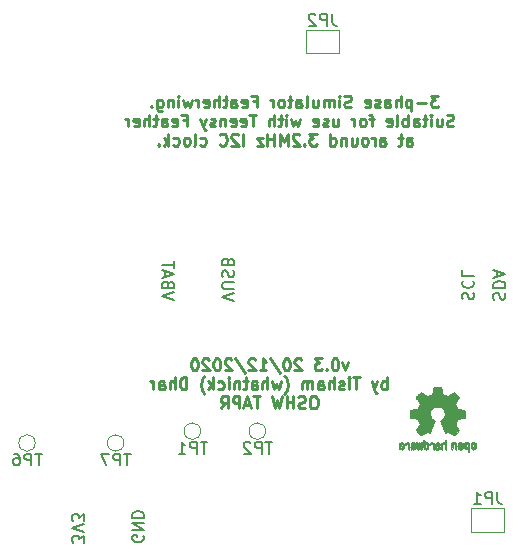
<source format=gbo>
G04 #@! TF.GenerationSoftware,KiCad,Pcbnew,(5.99.0-6951-g72beaf1538)*
G04 #@! TF.CreationDate,2020-12-20T08:42:52+11:00*
G04 #@! TF.ProjectId,Tph_Synth_Featherwing,5470685f-5379-46e7-9468-5f4665617468,rev?*
G04 #@! TF.SameCoordinates,Original*
G04 #@! TF.FileFunction,Legend,Bot*
G04 #@! TF.FilePolarity,Positive*
%FSLAX46Y46*%
G04 Gerber Fmt 4.6, Leading zero omitted, Abs format (unit mm)*
G04 Created by KiCad (PCBNEW (5.99.0-6951-g72beaf1538)) date 2020-12-20 08:42:52*
%MOMM*%
%LPD*%
G01*
G04 APERTURE LIST*
%ADD10C,0.150000*%
%ADD11C,0.250000*%
%ADD12C,0.120000*%
%ADD13C,0.010000*%
G04 APERTURE END LIST*
D10*
X101338000Y-133349904D02*
X101385619Y-133445142D01*
X101385619Y-133588000D01*
X101338000Y-133730857D01*
X101242761Y-133826095D01*
X101147523Y-133873714D01*
X100957047Y-133921333D01*
X100814190Y-133921333D01*
X100623714Y-133873714D01*
X100528476Y-133826095D01*
X100433238Y-133730857D01*
X100385619Y-133588000D01*
X100385619Y-133492761D01*
X100433238Y-133349904D01*
X100480857Y-133302285D01*
X100814190Y-133302285D01*
X100814190Y-133492761D01*
X100385619Y-132873714D02*
X101385619Y-132873714D01*
X100385619Y-132302285D01*
X101385619Y-132302285D01*
X100385619Y-131826095D02*
X101385619Y-131826095D01*
X101385619Y-131588000D01*
X101338000Y-131445142D01*
X101242761Y-131349904D01*
X101147523Y-131302285D01*
X100957047Y-131254666D01*
X100814190Y-131254666D01*
X100623714Y-131302285D01*
X100528476Y-131349904D01*
X100433238Y-131445142D01*
X100385619Y-131588000D01*
X100385619Y-131826095D01*
X128373238Y-113331476D02*
X128325619Y-113188619D01*
X128325619Y-112950523D01*
X128373238Y-112855285D01*
X128420857Y-112807666D01*
X128516095Y-112760047D01*
X128611333Y-112760047D01*
X128706571Y-112807666D01*
X128754190Y-112855285D01*
X128801809Y-112950523D01*
X128849428Y-113141000D01*
X128897047Y-113236238D01*
X128944666Y-113283857D01*
X129039904Y-113331476D01*
X129135142Y-113331476D01*
X129230380Y-113283857D01*
X129278000Y-113236238D01*
X129325619Y-113141000D01*
X129325619Y-112902904D01*
X129278000Y-112760047D01*
X128420857Y-111760047D02*
X128373238Y-111807666D01*
X128325619Y-111950523D01*
X128325619Y-112045761D01*
X128373238Y-112188619D01*
X128468476Y-112283857D01*
X128563714Y-112331476D01*
X128754190Y-112379095D01*
X128897047Y-112379095D01*
X129087523Y-112331476D01*
X129182761Y-112283857D01*
X129278000Y-112188619D01*
X129325619Y-112045761D01*
X129325619Y-111950523D01*
X129278000Y-111807666D01*
X129230380Y-111760047D01*
X128325619Y-110855285D02*
X128325619Y-111331476D01*
X129325619Y-111331476D01*
X131040238Y-113355285D02*
X130992619Y-113212428D01*
X130992619Y-112974333D01*
X131040238Y-112879095D01*
X131087857Y-112831476D01*
X131183095Y-112783857D01*
X131278333Y-112783857D01*
X131373571Y-112831476D01*
X131421190Y-112879095D01*
X131468809Y-112974333D01*
X131516428Y-113164809D01*
X131564047Y-113260047D01*
X131611666Y-113307666D01*
X131706904Y-113355285D01*
X131802142Y-113355285D01*
X131897380Y-113307666D01*
X131945000Y-113260047D01*
X131992619Y-113164809D01*
X131992619Y-112926714D01*
X131945000Y-112783857D01*
X130992619Y-112355285D02*
X131992619Y-112355285D01*
X131992619Y-112117190D01*
X131945000Y-111974333D01*
X131849761Y-111879095D01*
X131754523Y-111831476D01*
X131564047Y-111783857D01*
X131421190Y-111783857D01*
X131230714Y-111831476D01*
X131135476Y-111879095D01*
X131040238Y-111974333D01*
X130992619Y-112117190D01*
X130992619Y-112355285D01*
X131278333Y-111402904D02*
X131278333Y-110926714D01*
X130992619Y-111498142D02*
X131992619Y-111164809D01*
X130992619Y-110831476D01*
X96305619Y-133953095D02*
X96305619Y-133334047D01*
X95924666Y-133667380D01*
X95924666Y-133524523D01*
X95877047Y-133429285D01*
X95829428Y-133381666D01*
X95734190Y-133334047D01*
X95496095Y-133334047D01*
X95400857Y-133381666D01*
X95353238Y-133429285D01*
X95305619Y-133524523D01*
X95305619Y-133810238D01*
X95353238Y-133905476D01*
X95400857Y-133953095D01*
X96305619Y-133048333D02*
X95305619Y-132715000D01*
X96305619Y-132381666D01*
X96305619Y-132143571D02*
X96305619Y-131524523D01*
X95924666Y-131857857D01*
X95924666Y-131715000D01*
X95877047Y-131619761D01*
X95829428Y-131572142D01*
X95734190Y-131524523D01*
X95496095Y-131524523D01*
X95400857Y-131572142D01*
X95353238Y-131619761D01*
X95305619Y-131715000D01*
X95305619Y-132000714D01*
X95353238Y-132095952D01*
X95400857Y-132143571D01*
X109005619Y-113466333D02*
X108005619Y-113133000D01*
X109005619Y-112799666D01*
X109005619Y-112466333D02*
X108196095Y-112466333D01*
X108100857Y-112418714D01*
X108053238Y-112371095D01*
X108005619Y-112275857D01*
X108005619Y-112085380D01*
X108053238Y-111990142D01*
X108100857Y-111942523D01*
X108196095Y-111894904D01*
X109005619Y-111894904D01*
X108053238Y-111466333D02*
X108005619Y-111323476D01*
X108005619Y-111085380D01*
X108053238Y-110990142D01*
X108100857Y-110942523D01*
X108196095Y-110894904D01*
X108291333Y-110894904D01*
X108386571Y-110942523D01*
X108434190Y-110990142D01*
X108481809Y-111085380D01*
X108529428Y-111275857D01*
X108577047Y-111371095D01*
X108624666Y-111418714D01*
X108719904Y-111466333D01*
X108815142Y-111466333D01*
X108910380Y-111418714D01*
X108958000Y-111371095D01*
X109005619Y-111275857D01*
X109005619Y-111037761D01*
X108958000Y-110894904D01*
X108529428Y-110133000D02*
X108481809Y-109990142D01*
X108434190Y-109942523D01*
X108338952Y-109894904D01*
X108196095Y-109894904D01*
X108100857Y-109942523D01*
X108053238Y-109990142D01*
X108005619Y-110085380D01*
X108005619Y-110466333D01*
X109005619Y-110466333D01*
X109005619Y-110133000D01*
X108958000Y-110037761D01*
X108910380Y-109990142D01*
X108815142Y-109942523D01*
X108719904Y-109942523D01*
X108624666Y-109990142D01*
X108577047Y-110037761D01*
X108529428Y-110133000D01*
X108529428Y-110466333D01*
D11*
X126321428Y-96092380D02*
X125702380Y-96092380D01*
X126035714Y-96473333D01*
X125892857Y-96473333D01*
X125797619Y-96520952D01*
X125750000Y-96568571D01*
X125702380Y-96663809D01*
X125702380Y-96901904D01*
X125750000Y-96997142D01*
X125797619Y-97044761D01*
X125892857Y-97092380D01*
X126178571Y-97092380D01*
X126273809Y-97044761D01*
X126321428Y-96997142D01*
X125273809Y-96711428D02*
X124511904Y-96711428D01*
X124035714Y-96425714D02*
X124035714Y-97425714D01*
X124035714Y-96473333D02*
X123940476Y-96425714D01*
X123750000Y-96425714D01*
X123654761Y-96473333D01*
X123607142Y-96520952D01*
X123559523Y-96616190D01*
X123559523Y-96901904D01*
X123607142Y-96997142D01*
X123654761Y-97044761D01*
X123750000Y-97092380D01*
X123940476Y-97092380D01*
X124035714Y-97044761D01*
X123130952Y-97092380D02*
X123130952Y-96092380D01*
X122702380Y-97092380D02*
X122702380Y-96568571D01*
X122750000Y-96473333D01*
X122845238Y-96425714D01*
X122988095Y-96425714D01*
X123083333Y-96473333D01*
X123130952Y-96520952D01*
X121797619Y-97092380D02*
X121797619Y-96568571D01*
X121845238Y-96473333D01*
X121940476Y-96425714D01*
X122130952Y-96425714D01*
X122226190Y-96473333D01*
X121797619Y-97044761D02*
X121892857Y-97092380D01*
X122130952Y-97092380D01*
X122226190Y-97044761D01*
X122273809Y-96949523D01*
X122273809Y-96854285D01*
X122226190Y-96759047D01*
X122130952Y-96711428D01*
X121892857Y-96711428D01*
X121797619Y-96663809D01*
X121369047Y-97044761D02*
X121273809Y-97092380D01*
X121083333Y-97092380D01*
X120988095Y-97044761D01*
X120940476Y-96949523D01*
X120940476Y-96901904D01*
X120988095Y-96806666D01*
X121083333Y-96759047D01*
X121226190Y-96759047D01*
X121321428Y-96711428D01*
X121369047Y-96616190D01*
X121369047Y-96568571D01*
X121321428Y-96473333D01*
X121226190Y-96425714D01*
X121083333Y-96425714D01*
X120988095Y-96473333D01*
X120130952Y-97044761D02*
X120226190Y-97092380D01*
X120416666Y-97092380D01*
X120511904Y-97044761D01*
X120559523Y-96949523D01*
X120559523Y-96568571D01*
X120511904Y-96473333D01*
X120416666Y-96425714D01*
X120226190Y-96425714D01*
X120130952Y-96473333D01*
X120083333Y-96568571D01*
X120083333Y-96663809D01*
X120559523Y-96759047D01*
X118940476Y-97044761D02*
X118797619Y-97092380D01*
X118559523Y-97092380D01*
X118464285Y-97044761D01*
X118416666Y-96997142D01*
X118369047Y-96901904D01*
X118369047Y-96806666D01*
X118416666Y-96711428D01*
X118464285Y-96663809D01*
X118559523Y-96616190D01*
X118750000Y-96568571D01*
X118845238Y-96520952D01*
X118892857Y-96473333D01*
X118940476Y-96378095D01*
X118940476Y-96282857D01*
X118892857Y-96187619D01*
X118845238Y-96140000D01*
X118750000Y-96092380D01*
X118511904Y-96092380D01*
X118369047Y-96140000D01*
X117940476Y-97092380D02*
X117940476Y-96425714D01*
X117940476Y-96092380D02*
X117988095Y-96140000D01*
X117940476Y-96187619D01*
X117892857Y-96140000D01*
X117940476Y-96092380D01*
X117940476Y-96187619D01*
X117464285Y-97092380D02*
X117464285Y-96425714D01*
X117464285Y-96520952D02*
X117416666Y-96473333D01*
X117321428Y-96425714D01*
X117178571Y-96425714D01*
X117083333Y-96473333D01*
X117035714Y-96568571D01*
X117035714Y-97092380D01*
X117035714Y-96568571D02*
X116988095Y-96473333D01*
X116892857Y-96425714D01*
X116750000Y-96425714D01*
X116654761Y-96473333D01*
X116607142Y-96568571D01*
X116607142Y-97092380D01*
X115702380Y-96425714D02*
X115702380Y-97092380D01*
X116130952Y-96425714D02*
X116130952Y-96949523D01*
X116083333Y-97044761D01*
X115988095Y-97092380D01*
X115845238Y-97092380D01*
X115750000Y-97044761D01*
X115702380Y-96997142D01*
X115083333Y-97092380D02*
X115178571Y-97044761D01*
X115226190Y-96949523D01*
X115226190Y-96092380D01*
X114273809Y-97092380D02*
X114273809Y-96568571D01*
X114321428Y-96473333D01*
X114416666Y-96425714D01*
X114607142Y-96425714D01*
X114702380Y-96473333D01*
X114273809Y-97044761D02*
X114369047Y-97092380D01*
X114607142Y-97092380D01*
X114702380Y-97044761D01*
X114750000Y-96949523D01*
X114750000Y-96854285D01*
X114702380Y-96759047D01*
X114607142Y-96711428D01*
X114369047Y-96711428D01*
X114273809Y-96663809D01*
X113940476Y-96425714D02*
X113559523Y-96425714D01*
X113797619Y-96092380D02*
X113797619Y-96949523D01*
X113750000Y-97044761D01*
X113654761Y-97092380D01*
X113559523Y-97092380D01*
X113083333Y-97092380D02*
X113178571Y-97044761D01*
X113226190Y-96997142D01*
X113273809Y-96901904D01*
X113273809Y-96616190D01*
X113226190Y-96520952D01*
X113178571Y-96473333D01*
X113083333Y-96425714D01*
X112940476Y-96425714D01*
X112845238Y-96473333D01*
X112797619Y-96520952D01*
X112750000Y-96616190D01*
X112750000Y-96901904D01*
X112797619Y-96997142D01*
X112845238Y-97044761D01*
X112940476Y-97092380D01*
X113083333Y-97092380D01*
X112321428Y-97092380D02*
X112321428Y-96425714D01*
X112321428Y-96616190D02*
X112273809Y-96520952D01*
X112226190Y-96473333D01*
X112130952Y-96425714D01*
X112035714Y-96425714D01*
X110607142Y-96568571D02*
X110940476Y-96568571D01*
X110940476Y-97092380D02*
X110940476Y-96092380D01*
X110464285Y-96092380D01*
X109702380Y-97044761D02*
X109797619Y-97092380D01*
X109988095Y-97092380D01*
X110083333Y-97044761D01*
X110130952Y-96949523D01*
X110130952Y-96568571D01*
X110083333Y-96473333D01*
X109988095Y-96425714D01*
X109797619Y-96425714D01*
X109702380Y-96473333D01*
X109654761Y-96568571D01*
X109654761Y-96663809D01*
X110130952Y-96759047D01*
X108797619Y-97092380D02*
X108797619Y-96568571D01*
X108845238Y-96473333D01*
X108940476Y-96425714D01*
X109130952Y-96425714D01*
X109226190Y-96473333D01*
X108797619Y-97044761D02*
X108892857Y-97092380D01*
X109130952Y-97092380D01*
X109226190Y-97044761D01*
X109273809Y-96949523D01*
X109273809Y-96854285D01*
X109226190Y-96759047D01*
X109130952Y-96711428D01*
X108892857Y-96711428D01*
X108797619Y-96663809D01*
X108464285Y-96425714D02*
X108083333Y-96425714D01*
X108321428Y-96092380D02*
X108321428Y-96949523D01*
X108273809Y-97044761D01*
X108178571Y-97092380D01*
X108083333Y-97092380D01*
X107750000Y-97092380D02*
X107750000Y-96092380D01*
X107321428Y-97092380D02*
X107321428Y-96568571D01*
X107369047Y-96473333D01*
X107464285Y-96425714D01*
X107607142Y-96425714D01*
X107702380Y-96473333D01*
X107750000Y-96520952D01*
X106464285Y-97044761D02*
X106559523Y-97092380D01*
X106750000Y-97092380D01*
X106845238Y-97044761D01*
X106892857Y-96949523D01*
X106892857Y-96568571D01*
X106845238Y-96473333D01*
X106750000Y-96425714D01*
X106559523Y-96425714D01*
X106464285Y-96473333D01*
X106416666Y-96568571D01*
X106416666Y-96663809D01*
X106892857Y-96759047D01*
X105988095Y-97092380D02*
X105988095Y-96425714D01*
X105988095Y-96616190D02*
X105940476Y-96520952D01*
X105892857Y-96473333D01*
X105797619Y-96425714D01*
X105702380Y-96425714D01*
X105464285Y-96425714D02*
X105273809Y-97092380D01*
X105083333Y-96616190D01*
X104892857Y-97092380D01*
X104702380Y-96425714D01*
X104321428Y-97092380D02*
X104321428Y-96425714D01*
X104321428Y-96092380D02*
X104369047Y-96140000D01*
X104321428Y-96187619D01*
X104273809Y-96140000D01*
X104321428Y-96092380D01*
X104321428Y-96187619D01*
X103845238Y-96425714D02*
X103845238Y-97092380D01*
X103845238Y-96520952D02*
X103797619Y-96473333D01*
X103702380Y-96425714D01*
X103559523Y-96425714D01*
X103464285Y-96473333D01*
X103416666Y-96568571D01*
X103416666Y-97092380D01*
X102511904Y-96425714D02*
X102511904Y-97235238D01*
X102559523Y-97330476D01*
X102607142Y-97378095D01*
X102702380Y-97425714D01*
X102845238Y-97425714D01*
X102940476Y-97378095D01*
X102511904Y-97044761D02*
X102607142Y-97092380D01*
X102797619Y-97092380D01*
X102892857Y-97044761D01*
X102940476Y-96997142D01*
X102988095Y-96901904D01*
X102988095Y-96616190D01*
X102940476Y-96520952D01*
X102892857Y-96473333D01*
X102797619Y-96425714D01*
X102607142Y-96425714D01*
X102511904Y-96473333D01*
X102035714Y-96997142D02*
X101988095Y-97044761D01*
X102035714Y-97092380D01*
X102083333Y-97044761D01*
X102035714Y-96997142D01*
X102035714Y-97092380D01*
X127607142Y-98654761D02*
X127464285Y-98702380D01*
X127226190Y-98702380D01*
X127130952Y-98654761D01*
X127083333Y-98607142D01*
X127035714Y-98511904D01*
X127035714Y-98416666D01*
X127083333Y-98321428D01*
X127130952Y-98273809D01*
X127226190Y-98226190D01*
X127416666Y-98178571D01*
X127511904Y-98130952D01*
X127559523Y-98083333D01*
X127607142Y-97988095D01*
X127607142Y-97892857D01*
X127559523Y-97797619D01*
X127511904Y-97750000D01*
X127416666Y-97702380D01*
X127178571Y-97702380D01*
X127035714Y-97750000D01*
X126178571Y-98035714D02*
X126178571Y-98702380D01*
X126607142Y-98035714D02*
X126607142Y-98559523D01*
X126559523Y-98654761D01*
X126464285Y-98702380D01*
X126321428Y-98702380D01*
X126226190Y-98654761D01*
X126178571Y-98607142D01*
X125702380Y-98702380D02*
X125702380Y-98035714D01*
X125702380Y-97702380D02*
X125750000Y-97750000D01*
X125702380Y-97797619D01*
X125654761Y-97750000D01*
X125702380Y-97702380D01*
X125702380Y-97797619D01*
X125369047Y-98035714D02*
X124988095Y-98035714D01*
X125226190Y-97702380D02*
X125226190Y-98559523D01*
X125178571Y-98654761D01*
X125083333Y-98702380D01*
X124988095Y-98702380D01*
X124226190Y-98702380D02*
X124226190Y-98178571D01*
X124273809Y-98083333D01*
X124369047Y-98035714D01*
X124559523Y-98035714D01*
X124654761Y-98083333D01*
X124226190Y-98654761D02*
X124321428Y-98702380D01*
X124559523Y-98702380D01*
X124654761Y-98654761D01*
X124702380Y-98559523D01*
X124702380Y-98464285D01*
X124654761Y-98369047D01*
X124559523Y-98321428D01*
X124321428Y-98321428D01*
X124226190Y-98273809D01*
X123750000Y-98702380D02*
X123750000Y-97702380D01*
X123750000Y-98083333D02*
X123654761Y-98035714D01*
X123464285Y-98035714D01*
X123369047Y-98083333D01*
X123321428Y-98130952D01*
X123273809Y-98226190D01*
X123273809Y-98511904D01*
X123321428Y-98607142D01*
X123369047Y-98654761D01*
X123464285Y-98702380D01*
X123654761Y-98702380D01*
X123750000Y-98654761D01*
X122702380Y-98702380D02*
X122797619Y-98654761D01*
X122845238Y-98559523D01*
X122845238Y-97702380D01*
X121940476Y-98654761D02*
X122035714Y-98702380D01*
X122226190Y-98702380D01*
X122321428Y-98654761D01*
X122369047Y-98559523D01*
X122369047Y-98178571D01*
X122321428Y-98083333D01*
X122226190Y-98035714D01*
X122035714Y-98035714D01*
X121940476Y-98083333D01*
X121892857Y-98178571D01*
X121892857Y-98273809D01*
X122369047Y-98369047D01*
X120845238Y-98035714D02*
X120464285Y-98035714D01*
X120702380Y-98702380D02*
X120702380Y-97845238D01*
X120654761Y-97750000D01*
X120559523Y-97702380D01*
X120464285Y-97702380D01*
X119988095Y-98702380D02*
X120083333Y-98654761D01*
X120130952Y-98607142D01*
X120178571Y-98511904D01*
X120178571Y-98226190D01*
X120130952Y-98130952D01*
X120083333Y-98083333D01*
X119988095Y-98035714D01*
X119845238Y-98035714D01*
X119750000Y-98083333D01*
X119702380Y-98130952D01*
X119654761Y-98226190D01*
X119654761Y-98511904D01*
X119702380Y-98607142D01*
X119750000Y-98654761D01*
X119845238Y-98702380D01*
X119988095Y-98702380D01*
X119226190Y-98702380D02*
X119226190Y-98035714D01*
X119226190Y-98226190D02*
X119178571Y-98130952D01*
X119130952Y-98083333D01*
X119035714Y-98035714D01*
X118940476Y-98035714D01*
X117416666Y-98035714D02*
X117416666Y-98702380D01*
X117845238Y-98035714D02*
X117845238Y-98559523D01*
X117797619Y-98654761D01*
X117702380Y-98702380D01*
X117559523Y-98702380D01*
X117464285Y-98654761D01*
X117416666Y-98607142D01*
X116988095Y-98654761D02*
X116892857Y-98702380D01*
X116702380Y-98702380D01*
X116607142Y-98654761D01*
X116559523Y-98559523D01*
X116559523Y-98511904D01*
X116607142Y-98416666D01*
X116702380Y-98369047D01*
X116845238Y-98369047D01*
X116940476Y-98321428D01*
X116988095Y-98226190D01*
X116988095Y-98178571D01*
X116940476Y-98083333D01*
X116845238Y-98035714D01*
X116702380Y-98035714D01*
X116607142Y-98083333D01*
X115750000Y-98654761D02*
X115845238Y-98702380D01*
X116035714Y-98702380D01*
X116130952Y-98654761D01*
X116178571Y-98559523D01*
X116178571Y-98178571D01*
X116130952Y-98083333D01*
X116035714Y-98035714D01*
X115845238Y-98035714D01*
X115750000Y-98083333D01*
X115702380Y-98178571D01*
X115702380Y-98273809D01*
X116178571Y-98369047D01*
X114607142Y-98035714D02*
X114416666Y-98702380D01*
X114226190Y-98226190D01*
X114035714Y-98702380D01*
X113845238Y-98035714D01*
X113464285Y-98702380D02*
X113464285Y-98035714D01*
X113464285Y-97702380D02*
X113511904Y-97750000D01*
X113464285Y-97797619D01*
X113416666Y-97750000D01*
X113464285Y-97702380D01*
X113464285Y-97797619D01*
X113130952Y-98035714D02*
X112750000Y-98035714D01*
X112988095Y-97702380D02*
X112988095Y-98559523D01*
X112940476Y-98654761D01*
X112845238Y-98702380D01*
X112750000Y-98702380D01*
X112416666Y-98702380D02*
X112416666Y-97702380D01*
X111988095Y-98702380D02*
X111988095Y-98178571D01*
X112035714Y-98083333D01*
X112130952Y-98035714D01*
X112273809Y-98035714D01*
X112369047Y-98083333D01*
X112416666Y-98130952D01*
X110892857Y-97702380D02*
X110321428Y-97702380D01*
X110607142Y-98702380D02*
X110607142Y-97702380D01*
X109607142Y-98654761D02*
X109702380Y-98702380D01*
X109892857Y-98702380D01*
X109988095Y-98654761D01*
X110035714Y-98559523D01*
X110035714Y-98178571D01*
X109988095Y-98083333D01*
X109892857Y-98035714D01*
X109702380Y-98035714D01*
X109607142Y-98083333D01*
X109559523Y-98178571D01*
X109559523Y-98273809D01*
X110035714Y-98369047D01*
X108750000Y-98654761D02*
X108845238Y-98702380D01*
X109035714Y-98702380D01*
X109130952Y-98654761D01*
X109178571Y-98559523D01*
X109178571Y-98178571D01*
X109130952Y-98083333D01*
X109035714Y-98035714D01*
X108845238Y-98035714D01*
X108750000Y-98083333D01*
X108702380Y-98178571D01*
X108702380Y-98273809D01*
X109178571Y-98369047D01*
X108273809Y-98035714D02*
X108273809Y-98702380D01*
X108273809Y-98130952D02*
X108226190Y-98083333D01*
X108130952Y-98035714D01*
X107988095Y-98035714D01*
X107892857Y-98083333D01*
X107845238Y-98178571D01*
X107845238Y-98702380D01*
X107416666Y-98654761D02*
X107321428Y-98702380D01*
X107130952Y-98702380D01*
X107035714Y-98654761D01*
X106988095Y-98559523D01*
X106988095Y-98511904D01*
X107035714Y-98416666D01*
X107130952Y-98369047D01*
X107273809Y-98369047D01*
X107369047Y-98321428D01*
X107416666Y-98226190D01*
X107416666Y-98178571D01*
X107369047Y-98083333D01*
X107273809Y-98035714D01*
X107130952Y-98035714D01*
X107035714Y-98083333D01*
X106654761Y-98035714D02*
X106416666Y-98702380D01*
X106178571Y-98035714D02*
X106416666Y-98702380D01*
X106511904Y-98940476D01*
X106559523Y-98988095D01*
X106654761Y-99035714D01*
X104702380Y-98178571D02*
X105035714Y-98178571D01*
X105035714Y-98702380D02*
X105035714Y-97702380D01*
X104559523Y-97702380D01*
X103797619Y-98654761D02*
X103892857Y-98702380D01*
X104083333Y-98702380D01*
X104178571Y-98654761D01*
X104226190Y-98559523D01*
X104226190Y-98178571D01*
X104178571Y-98083333D01*
X104083333Y-98035714D01*
X103892857Y-98035714D01*
X103797619Y-98083333D01*
X103750000Y-98178571D01*
X103750000Y-98273809D01*
X104226190Y-98369047D01*
X102892857Y-98702380D02*
X102892857Y-98178571D01*
X102940476Y-98083333D01*
X103035714Y-98035714D01*
X103226190Y-98035714D01*
X103321428Y-98083333D01*
X102892857Y-98654761D02*
X102988095Y-98702380D01*
X103226190Y-98702380D01*
X103321428Y-98654761D01*
X103369047Y-98559523D01*
X103369047Y-98464285D01*
X103321428Y-98369047D01*
X103226190Y-98321428D01*
X102988095Y-98321428D01*
X102892857Y-98273809D01*
X102559523Y-98035714D02*
X102178571Y-98035714D01*
X102416666Y-97702380D02*
X102416666Y-98559523D01*
X102369047Y-98654761D01*
X102273809Y-98702380D01*
X102178571Y-98702380D01*
X101845238Y-98702380D02*
X101845238Y-97702380D01*
X101416666Y-98702380D02*
X101416666Y-98178571D01*
X101464285Y-98083333D01*
X101559523Y-98035714D01*
X101702380Y-98035714D01*
X101797619Y-98083333D01*
X101845238Y-98130952D01*
X100559523Y-98654761D02*
X100654761Y-98702380D01*
X100845238Y-98702380D01*
X100940476Y-98654761D01*
X100988095Y-98559523D01*
X100988095Y-98178571D01*
X100940476Y-98083333D01*
X100845238Y-98035714D01*
X100654761Y-98035714D01*
X100559523Y-98083333D01*
X100511904Y-98178571D01*
X100511904Y-98273809D01*
X100988095Y-98369047D01*
X100083333Y-98702380D02*
X100083333Y-98035714D01*
X100083333Y-98226190D02*
X100035714Y-98130952D01*
X99988095Y-98083333D01*
X99892857Y-98035714D01*
X99797619Y-98035714D01*
X123654761Y-100312380D02*
X123654761Y-99788571D01*
X123702380Y-99693333D01*
X123797619Y-99645714D01*
X123988095Y-99645714D01*
X124083333Y-99693333D01*
X123654761Y-100264761D02*
X123750000Y-100312380D01*
X123988095Y-100312380D01*
X124083333Y-100264761D01*
X124130952Y-100169523D01*
X124130952Y-100074285D01*
X124083333Y-99979047D01*
X123988095Y-99931428D01*
X123750000Y-99931428D01*
X123654761Y-99883809D01*
X123321428Y-99645714D02*
X122940476Y-99645714D01*
X123178571Y-99312380D02*
X123178571Y-100169523D01*
X123130952Y-100264761D01*
X123035714Y-100312380D01*
X122940476Y-100312380D01*
X121416666Y-100312380D02*
X121416666Y-99788571D01*
X121464285Y-99693333D01*
X121559523Y-99645714D01*
X121750000Y-99645714D01*
X121845238Y-99693333D01*
X121416666Y-100264761D02*
X121511904Y-100312380D01*
X121750000Y-100312380D01*
X121845238Y-100264761D01*
X121892857Y-100169523D01*
X121892857Y-100074285D01*
X121845238Y-99979047D01*
X121750000Y-99931428D01*
X121511904Y-99931428D01*
X121416666Y-99883809D01*
X120940476Y-100312380D02*
X120940476Y-99645714D01*
X120940476Y-99836190D02*
X120892857Y-99740952D01*
X120845238Y-99693333D01*
X120750000Y-99645714D01*
X120654761Y-99645714D01*
X120178571Y-100312380D02*
X120273809Y-100264761D01*
X120321428Y-100217142D01*
X120369047Y-100121904D01*
X120369047Y-99836190D01*
X120321428Y-99740952D01*
X120273809Y-99693333D01*
X120178571Y-99645714D01*
X120035714Y-99645714D01*
X119940476Y-99693333D01*
X119892857Y-99740952D01*
X119845238Y-99836190D01*
X119845238Y-100121904D01*
X119892857Y-100217142D01*
X119940476Y-100264761D01*
X120035714Y-100312380D01*
X120178571Y-100312380D01*
X118988095Y-99645714D02*
X118988095Y-100312380D01*
X119416666Y-99645714D02*
X119416666Y-100169523D01*
X119369047Y-100264761D01*
X119273809Y-100312380D01*
X119130952Y-100312380D01*
X119035714Y-100264761D01*
X118988095Y-100217142D01*
X118511904Y-99645714D02*
X118511904Y-100312380D01*
X118511904Y-99740952D02*
X118464285Y-99693333D01*
X118369047Y-99645714D01*
X118226190Y-99645714D01*
X118130952Y-99693333D01*
X118083333Y-99788571D01*
X118083333Y-100312380D01*
X117178571Y-100312380D02*
X117178571Y-99312380D01*
X117178571Y-100264761D02*
X117273809Y-100312380D01*
X117464285Y-100312380D01*
X117559523Y-100264761D01*
X117607142Y-100217142D01*
X117654761Y-100121904D01*
X117654761Y-99836190D01*
X117607142Y-99740952D01*
X117559523Y-99693333D01*
X117464285Y-99645714D01*
X117273809Y-99645714D01*
X117178571Y-99693333D01*
X116035714Y-99312380D02*
X115416666Y-99312380D01*
X115750000Y-99693333D01*
X115607142Y-99693333D01*
X115511904Y-99740952D01*
X115464285Y-99788571D01*
X115416666Y-99883809D01*
X115416666Y-100121904D01*
X115464285Y-100217142D01*
X115511904Y-100264761D01*
X115607142Y-100312380D01*
X115892857Y-100312380D01*
X115988095Y-100264761D01*
X116035714Y-100217142D01*
X114988095Y-100217142D02*
X114940476Y-100264761D01*
X114988095Y-100312380D01*
X115035714Y-100264761D01*
X114988095Y-100217142D01*
X114988095Y-100312380D01*
X114559523Y-99407619D02*
X114511904Y-99360000D01*
X114416666Y-99312380D01*
X114178571Y-99312380D01*
X114083333Y-99360000D01*
X114035714Y-99407619D01*
X113988095Y-99502857D01*
X113988095Y-99598095D01*
X114035714Y-99740952D01*
X114607142Y-100312380D01*
X113988095Y-100312380D01*
X113559523Y-100312380D02*
X113559523Y-99312380D01*
X113226190Y-100026666D01*
X112892857Y-99312380D01*
X112892857Y-100312380D01*
X112416666Y-100312380D02*
X112416666Y-99312380D01*
X112416666Y-99788571D02*
X111845238Y-99788571D01*
X111845238Y-100312380D02*
X111845238Y-99312380D01*
X111464285Y-99645714D02*
X110940476Y-99645714D01*
X111464285Y-100312380D01*
X110940476Y-100312380D01*
X109797619Y-100312380D02*
X109797619Y-99312380D01*
X109369047Y-99407619D02*
X109321428Y-99360000D01*
X109226190Y-99312380D01*
X108988095Y-99312380D01*
X108892857Y-99360000D01*
X108845238Y-99407619D01*
X108797619Y-99502857D01*
X108797619Y-99598095D01*
X108845238Y-99740952D01*
X109416666Y-100312380D01*
X108797619Y-100312380D01*
X107797619Y-100217142D02*
X107845238Y-100264761D01*
X107988095Y-100312380D01*
X108083333Y-100312380D01*
X108226190Y-100264761D01*
X108321428Y-100169523D01*
X108369047Y-100074285D01*
X108416666Y-99883809D01*
X108416666Y-99740952D01*
X108369047Y-99550476D01*
X108321428Y-99455238D01*
X108226190Y-99360000D01*
X108083333Y-99312380D01*
X107988095Y-99312380D01*
X107845238Y-99360000D01*
X107797619Y-99407619D01*
X106178571Y-100264761D02*
X106273809Y-100312380D01*
X106464285Y-100312380D01*
X106559523Y-100264761D01*
X106607142Y-100217142D01*
X106654761Y-100121904D01*
X106654761Y-99836190D01*
X106607142Y-99740952D01*
X106559523Y-99693333D01*
X106464285Y-99645714D01*
X106273809Y-99645714D01*
X106178571Y-99693333D01*
X105607142Y-100312380D02*
X105702380Y-100264761D01*
X105750000Y-100169523D01*
X105750000Y-99312380D01*
X105083333Y-100312380D02*
X105178571Y-100264761D01*
X105226190Y-100217142D01*
X105273809Y-100121904D01*
X105273809Y-99836190D01*
X105226190Y-99740952D01*
X105178571Y-99693333D01*
X105083333Y-99645714D01*
X104940476Y-99645714D01*
X104845238Y-99693333D01*
X104797619Y-99740952D01*
X104750000Y-99836190D01*
X104750000Y-100121904D01*
X104797619Y-100217142D01*
X104845238Y-100264761D01*
X104940476Y-100312380D01*
X105083333Y-100312380D01*
X103892857Y-100264761D02*
X103988095Y-100312380D01*
X104178571Y-100312380D01*
X104273809Y-100264761D01*
X104321428Y-100217142D01*
X104369047Y-100121904D01*
X104369047Y-99836190D01*
X104321428Y-99740952D01*
X104273809Y-99693333D01*
X104178571Y-99645714D01*
X103988095Y-99645714D01*
X103892857Y-99693333D01*
X103464285Y-100312380D02*
X103464285Y-99312380D01*
X103369047Y-99931428D02*
X103083333Y-100312380D01*
X103083333Y-99645714D02*
X103464285Y-100026666D01*
X102654761Y-100217142D02*
X102607142Y-100264761D01*
X102654761Y-100312380D01*
X102702380Y-100264761D01*
X102654761Y-100217142D01*
X102654761Y-100312380D01*
X118666666Y-118675714D02*
X118428571Y-119342380D01*
X118190476Y-118675714D01*
X117619047Y-118342380D02*
X117523809Y-118342380D01*
X117428571Y-118390000D01*
X117380952Y-118437619D01*
X117333333Y-118532857D01*
X117285714Y-118723333D01*
X117285714Y-118961428D01*
X117333333Y-119151904D01*
X117380952Y-119247142D01*
X117428571Y-119294761D01*
X117523809Y-119342380D01*
X117619047Y-119342380D01*
X117714285Y-119294761D01*
X117761904Y-119247142D01*
X117809523Y-119151904D01*
X117857142Y-118961428D01*
X117857142Y-118723333D01*
X117809523Y-118532857D01*
X117761904Y-118437619D01*
X117714285Y-118390000D01*
X117619047Y-118342380D01*
X116857142Y-119247142D02*
X116809523Y-119294761D01*
X116857142Y-119342380D01*
X116904761Y-119294761D01*
X116857142Y-119247142D01*
X116857142Y-119342380D01*
X116476190Y-118342380D02*
X115857142Y-118342380D01*
X116190476Y-118723333D01*
X116047619Y-118723333D01*
X115952380Y-118770952D01*
X115904761Y-118818571D01*
X115857142Y-118913809D01*
X115857142Y-119151904D01*
X115904761Y-119247142D01*
X115952380Y-119294761D01*
X116047619Y-119342380D01*
X116333333Y-119342380D01*
X116428571Y-119294761D01*
X116476190Y-119247142D01*
X114714285Y-118437619D02*
X114666666Y-118390000D01*
X114571428Y-118342380D01*
X114333333Y-118342380D01*
X114238095Y-118390000D01*
X114190476Y-118437619D01*
X114142857Y-118532857D01*
X114142857Y-118628095D01*
X114190476Y-118770952D01*
X114761904Y-119342380D01*
X114142857Y-119342380D01*
X113523809Y-118342380D02*
X113428571Y-118342380D01*
X113333333Y-118390000D01*
X113285714Y-118437619D01*
X113238095Y-118532857D01*
X113190476Y-118723333D01*
X113190476Y-118961428D01*
X113238095Y-119151904D01*
X113285714Y-119247142D01*
X113333333Y-119294761D01*
X113428571Y-119342380D01*
X113523809Y-119342380D01*
X113619047Y-119294761D01*
X113666666Y-119247142D01*
X113714285Y-119151904D01*
X113761904Y-118961428D01*
X113761904Y-118723333D01*
X113714285Y-118532857D01*
X113666666Y-118437619D01*
X113619047Y-118390000D01*
X113523809Y-118342380D01*
X112047619Y-118294761D02*
X112904761Y-119580476D01*
X111190476Y-119342380D02*
X111761904Y-119342380D01*
X111476190Y-119342380D02*
X111476190Y-118342380D01*
X111571428Y-118485238D01*
X111666666Y-118580476D01*
X111761904Y-118628095D01*
X110809523Y-118437619D02*
X110761904Y-118390000D01*
X110666666Y-118342380D01*
X110428571Y-118342380D01*
X110333333Y-118390000D01*
X110285714Y-118437619D01*
X110238095Y-118532857D01*
X110238095Y-118628095D01*
X110285714Y-118770952D01*
X110857142Y-119342380D01*
X110238095Y-119342380D01*
X109095238Y-118294761D02*
X109952380Y-119580476D01*
X108809523Y-118437619D02*
X108761904Y-118390000D01*
X108666666Y-118342380D01*
X108428571Y-118342380D01*
X108333333Y-118390000D01*
X108285714Y-118437619D01*
X108238095Y-118532857D01*
X108238095Y-118628095D01*
X108285714Y-118770952D01*
X108857142Y-119342380D01*
X108238095Y-119342380D01*
X107619047Y-118342380D02*
X107523809Y-118342380D01*
X107428571Y-118390000D01*
X107380952Y-118437619D01*
X107333333Y-118532857D01*
X107285714Y-118723333D01*
X107285714Y-118961428D01*
X107333333Y-119151904D01*
X107380952Y-119247142D01*
X107428571Y-119294761D01*
X107523809Y-119342380D01*
X107619047Y-119342380D01*
X107714285Y-119294761D01*
X107761904Y-119247142D01*
X107809523Y-119151904D01*
X107857142Y-118961428D01*
X107857142Y-118723333D01*
X107809523Y-118532857D01*
X107761904Y-118437619D01*
X107714285Y-118390000D01*
X107619047Y-118342380D01*
X106904761Y-118437619D02*
X106857142Y-118390000D01*
X106761904Y-118342380D01*
X106523809Y-118342380D01*
X106428571Y-118390000D01*
X106380952Y-118437619D01*
X106333333Y-118532857D01*
X106333333Y-118628095D01*
X106380952Y-118770952D01*
X106952380Y-119342380D01*
X106333333Y-119342380D01*
X105714285Y-118342380D02*
X105619047Y-118342380D01*
X105523809Y-118390000D01*
X105476190Y-118437619D01*
X105428571Y-118532857D01*
X105380952Y-118723333D01*
X105380952Y-118961428D01*
X105428571Y-119151904D01*
X105476190Y-119247142D01*
X105523809Y-119294761D01*
X105619047Y-119342380D01*
X105714285Y-119342380D01*
X105809523Y-119294761D01*
X105857142Y-119247142D01*
X105904761Y-119151904D01*
X105952380Y-118961428D01*
X105952380Y-118723333D01*
X105904761Y-118532857D01*
X105857142Y-118437619D01*
X105809523Y-118390000D01*
X105714285Y-118342380D01*
X121952380Y-120952380D02*
X121952380Y-119952380D01*
X121952380Y-120333333D02*
X121857142Y-120285714D01*
X121666666Y-120285714D01*
X121571428Y-120333333D01*
X121523809Y-120380952D01*
X121476190Y-120476190D01*
X121476190Y-120761904D01*
X121523809Y-120857142D01*
X121571428Y-120904761D01*
X121666666Y-120952380D01*
X121857142Y-120952380D01*
X121952380Y-120904761D01*
X121142857Y-120285714D02*
X120904761Y-120952380D01*
X120666666Y-120285714D02*
X120904761Y-120952380D01*
X121000000Y-121190476D01*
X121047619Y-121238095D01*
X121142857Y-121285714D01*
X119666666Y-119952380D02*
X119095238Y-119952380D01*
X119380952Y-120952380D02*
X119380952Y-119952380D01*
X118761904Y-120952380D02*
X118761904Y-120285714D01*
X118761904Y-119952380D02*
X118809523Y-120000000D01*
X118761904Y-120047619D01*
X118714285Y-120000000D01*
X118761904Y-119952380D01*
X118761904Y-120047619D01*
X118333333Y-120904761D02*
X118238095Y-120952380D01*
X118047619Y-120952380D01*
X117952380Y-120904761D01*
X117904761Y-120809523D01*
X117904761Y-120761904D01*
X117952380Y-120666666D01*
X118047619Y-120619047D01*
X118190476Y-120619047D01*
X118285714Y-120571428D01*
X118333333Y-120476190D01*
X118333333Y-120428571D01*
X118285714Y-120333333D01*
X118190476Y-120285714D01*
X118047619Y-120285714D01*
X117952380Y-120333333D01*
X117476190Y-120952380D02*
X117476190Y-119952380D01*
X117047619Y-120952380D02*
X117047619Y-120428571D01*
X117095238Y-120333333D01*
X117190476Y-120285714D01*
X117333333Y-120285714D01*
X117428571Y-120333333D01*
X117476190Y-120380952D01*
X116142857Y-120952380D02*
X116142857Y-120428571D01*
X116190476Y-120333333D01*
X116285714Y-120285714D01*
X116476190Y-120285714D01*
X116571428Y-120333333D01*
X116142857Y-120904761D02*
X116238095Y-120952380D01*
X116476190Y-120952380D01*
X116571428Y-120904761D01*
X116619047Y-120809523D01*
X116619047Y-120714285D01*
X116571428Y-120619047D01*
X116476190Y-120571428D01*
X116238095Y-120571428D01*
X116142857Y-120523809D01*
X115666666Y-120952380D02*
X115666666Y-120285714D01*
X115666666Y-120380952D02*
X115619047Y-120333333D01*
X115523809Y-120285714D01*
X115380952Y-120285714D01*
X115285714Y-120333333D01*
X115238095Y-120428571D01*
X115238095Y-120952380D01*
X115238095Y-120428571D02*
X115190476Y-120333333D01*
X115095238Y-120285714D01*
X114952380Y-120285714D01*
X114857142Y-120333333D01*
X114809523Y-120428571D01*
X114809523Y-120952380D01*
X113285714Y-121333333D02*
X113333333Y-121285714D01*
X113428571Y-121142857D01*
X113476190Y-121047619D01*
X113523809Y-120904761D01*
X113571428Y-120666666D01*
X113571428Y-120476190D01*
X113523809Y-120238095D01*
X113476190Y-120095238D01*
X113428571Y-120000000D01*
X113333333Y-119857142D01*
X113285714Y-119809523D01*
X113000000Y-120285714D02*
X112809523Y-120952380D01*
X112619047Y-120476190D01*
X112428571Y-120952380D01*
X112238095Y-120285714D01*
X111857142Y-120952380D02*
X111857142Y-119952380D01*
X111428571Y-120952380D02*
X111428571Y-120428571D01*
X111476190Y-120333333D01*
X111571428Y-120285714D01*
X111714285Y-120285714D01*
X111809523Y-120333333D01*
X111857142Y-120380952D01*
X110523809Y-120952380D02*
X110523809Y-120428571D01*
X110571428Y-120333333D01*
X110666666Y-120285714D01*
X110857142Y-120285714D01*
X110952380Y-120333333D01*
X110523809Y-120904761D02*
X110619047Y-120952380D01*
X110857142Y-120952380D01*
X110952380Y-120904761D01*
X111000000Y-120809523D01*
X111000000Y-120714285D01*
X110952380Y-120619047D01*
X110857142Y-120571428D01*
X110619047Y-120571428D01*
X110523809Y-120523809D01*
X110190476Y-120285714D02*
X109809523Y-120285714D01*
X110047619Y-119952380D02*
X110047619Y-120809523D01*
X110000000Y-120904761D01*
X109904761Y-120952380D01*
X109809523Y-120952380D01*
X109476190Y-120285714D02*
X109476190Y-120952380D01*
X109476190Y-120380952D02*
X109428571Y-120333333D01*
X109333333Y-120285714D01*
X109190476Y-120285714D01*
X109095238Y-120333333D01*
X109047619Y-120428571D01*
X109047619Y-120952380D01*
X108571428Y-120952380D02*
X108571428Y-120285714D01*
X108571428Y-119952380D02*
X108619047Y-120000000D01*
X108571428Y-120047619D01*
X108523809Y-120000000D01*
X108571428Y-119952380D01*
X108571428Y-120047619D01*
X107666666Y-120904761D02*
X107761904Y-120952380D01*
X107952380Y-120952380D01*
X108047619Y-120904761D01*
X108095238Y-120857142D01*
X108142857Y-120761904D01*
X108142857Y-120476190D01*
X108095238Y-120380952D01*
X108047619Y-120333333D01*
X107952380Y-120285714D01*
X107761904Y-120285714D01*
X107666666Y-120333333D01*
X107238095Y-120952380D02*
X107238095Y-119952380D01*
X107142857Y-120571428D02*
X106857142Y-120952380D01*
X106857142Y-120285714D02*
X107238095Y-120666666D01*
X106523809Y-121333333D02*
X106476190Y-121285714D01*
X106380952Y-121142857D01*
X106333333Y-121047619D01*
X106285714Y-120904761D01*
X106238095Y-120666666D01*
X106238095Y-120476190D01*
X106285714Y-120238095D01*
X106333333Y-120095238D01*
X106380952Y-120000000D01*
X106476190Y-119857142D01*
X106523809Y-119809523D01*
X105000000Y-120952380D02*
X105000000Y-119952380D01*
X104761904Y-119952380D01*
X104619047Y-120000000D01*
X104523809Y-120095238D01*
X104476190Y-120190476D01*
X104428571Y-120380952D01*
X104428571Y-120523809D01*
X104476190Y-120714285D01*
X104523809Y-120809523D01*
X104619047Y-120904761D01*
X104761904Y-120952380D01*
X105000000Y-120952380D01*
X104000000Y-120952380D02*
X104000000Y-119952380D01*
X103571428Y-120952380D02*
X103571428Y-120428571D01*
X103619047Y-120333333D01*
X103714285Y-120285714D01*
X103857142Y-120285714D01*
X103952380Y-120333333D01*
X104000000Y-120380952D01*
X102666666Y-120952380D02*
X102666666Y-120428571D01*
X102714285Y-120333333D01*
X102809523Y-120285714D01*
X103000000Y-120285714D01*
X103095238Y-120333333D01*
X102666666Y-120904761D02*
X102761904Y-120952380D01*
X103000000Y-120952380D01*
X103095238Y-120904761D01*
X103142857Y-120809523D01*
X103142857Y-120714285D01*
X103095238Y-120619047D01*
X103000000Y-120571428D01*
X102761904Y-120571428D01*
X102666666Y-120523809D01*
X102190476Y-120952380D02*
X102190476Y-120285714D01*
X102190476Y-120476190D02*
X102142857Y-120380952D01*
X102095238Y-120333333D01*
X102000000Y-120285714D01*
X101904761Y-120285714D01*
X115857142Y-121562380D02*
X115666666Y-121562380D01*
X115571428Y-121610000D01*
X115476190Y-121705238D01*
X115428571Y-121895714D01*
X115428571Y-122229047D01*
X115476190Y-122419523D01*
X115571428Y-122514761D01*
X115666666Y-122562380D01*
X115857142Y-122562380D01*
X115952380Y-122514761D01*
X116047619Y-122419523D01*
X116095238Y-122229047D01*
X116095238Y-121895714D01*
X116047619Y-121705238D01*
X115952380Y-121610000D01*
X115857142Y-121562380D01*
X115047619Y-122514761D02*
X114904761Y-122562380D01*
X114666666Y-122562380D01*
X114571428Y-122514761D01*
X114523809Y-122467142D01*
X114476190Y-122371904D01*
X114476190Y-122276666D01*
X114523809Y-122181428D01*
X114571428Y-122133809D01*
X114666666Y-122086190D01*
X114857142Y-122038571D01*
X114952380Y-121990952D01*
X115000000Y-121943333D01*
X115047619Y-121848095D01*
X115047619Y-121752857D01*
X115000000Y-121657619D01*
X114952380Y-121610000D01*
X114857142Y-121562380D01*
X114619047Y-121562380D01*
X114476190Y-121610000D01*
X114047619Y-122562380D02*
X114047619Y-121562380D01*
X114047619Y-122038571D02*
X113476190Y-122038571D01*
X113476190Y-122562380D02*
X113476190Y-121562380D01*
X113095238Y-121562380D02*
X112857142Y-122562380D01*
X112666666Y-121848095D01*
X112476190Y-122562380D01*
X112238095Y-121562380D01*
X111238095Y-121562380D02*
X110666666Y-121562380D01*
X110952380Y-122562380D02*
X110952380Y-121562380D01*
X110380952Y-122276666D02*
X109904761Y-122276666D01*
X110476190Y-122562380D02*
X110142857Y-121562380D01*
X109809523Y-122562380D01*
X109476190Y-122562380D02*
X109476190Y-121562380D01*
X109095238Y-121562380D01*
X109000000Y-121610000D01*
X108952380Y-121657619D01*
X108904761Y-121752857D01*
X108904761Y-121895714D01*
X108952380Y-121990952D01*
X109000000Y-122038571D01*
X109095238Y-122086190D01*
X109476190Y-122086190D01*
X107904761Y-122562380D02*
X108238095Y-122086190D01*
X108476190Y-122562380D02*
X108476190Y-121562380D01*
X108095238Y-121562380D01*
X108000000Y-121610000D01*
X107952380Y-121657619D01*
X107904761Y-121752857D01*
X107904761Y-121895714D01*
X107952380Y-121990952D01*
X108000000Y-122038571D01*
X108095238Y-122086190D01*
X108476190Y-122086190D01*
D10*
X103925619Y-113402857D02*
X102925619Y-113069523D01*
X103925619Y-112736190D01*
X103449428Y-112069523D02*
X103401809Y-111926666D01*
X103354190Y-111879047D01*
X103258952Y-111831428D01*
X103116095Y-111831428D01*
X103020857Y-111879047D01*
X102973238Y-111926666D01*
X102925619Y-112021904D01*
X102925619Y-112402857D01*
X103925619Y-112402857D01*
X103925619Y-112069523D01*
X103878000Y-111974285D01*
X103830380Y-111926666D01*
X103735142Y-111879047D01*
X103639904Y-111879047D01*
X103544666Y-111926666D01*
X103497047Y-111974285D01*
X103449428Y-112069523D01*
X103449428Y-112402857D01*
X103211333Y-111450476D02*
X103211333Y-110974285D01*
X102925619Y-111545714D02*
X103925619Y-111212380D01*
X102925619Y-110879047D01*
X103925619Y-110688571D02*
X103925619Y-110117142D01*
X102925619Y-110402857D02*
X103925619Y-110402857D01*
X117333333Y-89152380D02*
X117333333Y-89866666D01*
X117380952Y-90009523D01*
X117476190Y-90104761D01*
X117619047Y-90152380D01*
X117714285Y-90152380D01*
X116857142Y-90152380D02*
X116857142Y-89152380D01*
X116476190Y-89152380D01*
X116380952Y-89200000D01*
X116333333Y-89247619D01*
X116285714Y-89342857D01*
X116285714Y-89485714D01*
X116333333Y-89580952D01*
X116380952Y-89628571D01*
X116476190Y-89676190D01*
X116857142Y-89676190D01*
X115904761Y-89247619D02*
X115857142Y-89200000D01*
X115761904Y-89152380D01*
X115523809Y-89152380D01*
X115428571Y-89200000D01*
X115380952Y-89247619D01*
X115333333Y-89342857D01*
X115333333Y-89438095D01*
X115380952Y-89580952D01*
X115952380Y-90152380D01*
X115333333Y-90152380D01*
X100261904Y-126400380D02*
X99690476Y-126400380D01*
X99976190Y-127400380D02*
X99976190Y-126400380D01*
X99357142Y-127400380D02*
X99357142Y-126400380D01*
X98976190Y-126400380D01*
X98880952Y-126448000D01*
X98833333Y-126495619D01*
X98785714Y-126590857D01*
X98785714Y-126733714D01*
X98833333Y-126828952D01*
X98880952Y-126876571D01*
X98976190Y-126924190D01*
X99357142Y-126924190D01*
X98452380Y-126400380D02*
X97785714Y-126400380D01*
X98214285Y-127400380D01*
X92761904Y-126400380D02*
X92190476Y-126400380D01*
X92476190Y-127400380D02*
X92476190Y-126400380D01*
X91857142Y-127400380D02*
X91857142Y-126400380D01*
X91476190Y-126400380D01*
X91380952Y-126448000D01*
X91333333Y-126495619D01*
X91285714Y-126590857D01*
X91285714Y-126733714D01*
X91333333Y-126828952D01*
X91380952Y-126876571D01*
X91476190Y-126924190D01*
X91857142Y-126924190D01*
X90428571Y-126400380D02*
X90619047Y-126400380D01*
X90714285Y-126448000D01*
X90761904Y-126495619D01*
X90857142Y-126638476D01*
X90904761Y-126828952D01*
X90904761Y-127209904D01*
X90857142Y-127305142D01*
X90809523Y-127352761D01*
X90714285Y-127400380D01*
X90523809Y-127400380D01*
X90428571Y-127352761D01*
X90380952Y-127305142D01*
X90333333Y-127209904D01*
X90333333Y-126971809D01*
X90380952Y-126876571D01*
X90428571Y-126828952D01*
X90523809Y-126781333D01*
X90714285Y-126781333D01*
X90809523Y-126828952D01*
X90857142Y-126876571D01*
X90904761Y-126971809D01*
X112261904Y-125400380D02*
X111690476Y-125400380D01*
X111976190Y-126400380D02*
X111976190Y-125400380D01*
X111357142Y-126400380D02*
X111357142Y-125400380D01*
X110976190Y-125400380D01*
X110880952Y-125448000D01*
X110833333Y-125495619D01*
X110785714Y-125590857D01*
X110785714Y-125733714D01*
X110833333Y-125828952D01*
X110880952Y-125876571D01*
X110976190Y-125924190D01*
X111357142Y-125924190D01*
X110404761Y-125495619D02*
X110357142Y-125448000D01*
X110261904Y-125400380D01*
X110023809Y-125400380D01*
X109928571Y-125448000D01*
X109880952Y-125495619D01*
X109833333Y-125590857D01*
X109833333Y-125686095D01*
X109880952Y-125828952D01*
X110452380Y-126400380D01*
X109833333Y-126400380D01*
X106761904Y-125400380D02*
X106190476Y-125400380D01*
X106476190Y-126400380D02*
X106476190Y-125400380D01*
X105857142Y-126400380D02*
X105857142Y-125400380D01*
X105476190Y-125400380D01*
X105380952Y-125448000D01*
X105333333Y-125495619D01*
X105285714Y-125590857D01*
X105285714Y-125733714D01*
X105333333Y-125828952D01*
X105380952Y-125876571D01*
X105476190Y-125924190D01*
X105857142Y-125924190D01*
X104333333Y-126400380D02*
X104904761Y-126400380D01*
X104619047Y-126400380D02*
X104619047Y-125400380D01*
X104714285Y-125543238D01*
X104809523Y-125638476D01*
X104904761Y-125686095D01*
X131333333Y-129652380D02*
X131333333Y-130366666D01*
X131380952Y-130509523D01*
X131476190Y-130604761D01*
X131619047Y-130652380D01*
X131714285Y-130652380D01*
X130857142Y-130652380D02*
X130857142Y-129652380D01*
X130476190Y-129652380D01*
X130380952Y-129700000D01*
X130333333Y-129747619D01*
X130285714Y-129842857D01*
X130285714Y-129985714D01*
X130333333Y-130080952D01*
X130380952Y-130128571D01*
X130476190Y-130176190D01*
X130857142Y-130176190D01*
X129333333Y-130652380D02*
X129904761Y-130652380D01*
X129619047Y-130652380D02*
X129619047Y-129652380D01*
X129714285Y-129795238D01*
X129809523Y-129890476D01*
X129904761Y-129938095D01*
D12*
X115100000Y-90500000D02*
X115100000Y-92500000D01*
X117900000Y-90500000D02*
X115100000Y-90500000D01*
X115100000Y-92500000D02*
X117900000Y-92500000D01*
X117900000Y-92500000D02*
X117900000Y-90500000D01*
G36*
X125479537Y-125806313D02*
G01*
X125471345Y-125883462D01*
X125453519Y-125941276D01*
X125423975Y-125985422D01*
X125380625Y-126021568D01*
X125339332Y-126042463D01*
X125269987Y-126054090D01*
X125200736Y-126041377D01*
X125138145Y-126005945D01*
X125088779Y-125949418D01*
X125082818Y-125938995D01*
X125074945Y-125920733D01*
X125069106Y-125897429D01*
X125064999Y-125865085D01*
X125062325Y-125819704D01*
X125060781Y-125757287D01*
X125060734Y-125751748D01*
X125161429Y-125751748D01*
X125161772Y-125804577D01*
X125163942Y-125852362D01*
X125169307Y-125883209D01*
X125179217Y-125903935D01*
X125195021Y-125921356D01*
X125198724Y-125924705D01*
X125246299Y-125949419D01*
X125296635Y-125946890D01*
X125343517Y-125917288D01*
X125357477Y-125901953D01*
X125369160Y-125881622D01*
X125375686Y-125853514D01*
X125378524Y-125810550D01*
X125379143Y-125745647D01*
X125378837Y-125696122D01*
X125376722Y-125647782D01*
X125371390Y-125616587D01*
X125361460Y-125595647D01*
X125345550Y-125578073D01*
X125336204Y-125570159D01*
X125287776Y-125548843D01*
X125237040Y-125552198D01*
X125192987Y-125580107D01*
X125183504Y-125591173D01*
X125171939Y-125612009D01*
X125165252Y-125641106D01*
X125162173Y-125685381D01*
X125161429Y-125751748D01*
X125060734Y-125751748D01*
X125060067Y-125673837D01*
X125059883Y-125565358D01*
X125059829Y-125228601D01*
X125107000Y-125248362D01*
X125119472Y-125253770D01*
X125139324Y-125265985D01*
X125150687Y-125284482D01*
X125156933Y-125316829D01*
X125161429Y-125370593D01*
X125165535Y-125418866D01*
X125170963Y-125450557D01*
X125178739Y-125462383D01*
X125190457Y-125459212D01*
X125220318Y-125448067D01*
X125273684Y-125445304D01*
X125331093Y-125455625D01*
X125380625Y-125477861D01*
X125407876Y-125498443D01*
X125442865Y-125538600D01*
X125465274Y-125590086D01*
X125477190Y-125658568D01*
X125480542Y-125745647D01*
X125480698Y-125749714D01*
X125479537Y-125806313D01*
G37*
D13*
X125479537Y-125806313D02*
X125471345Y-125883462D01*
X125453519Y-125941276D01*
X125423975Y-125985422D01*
X125380625Y-126021568D01*
X125339332Y-126042463D01*
X125269987Y-126054090D01*
X125200736Y-126041377D01*
X125138145Y-126005945D01*
X125088779Y-125949418D01*
X125082818Y-125938995D01*
X125074945Y-125920733D01*
X125069106Y-125897429D01*
X125064999Y-125865085D01*
X125062325Y-125819704D01*
X125060781Y-125757287D01*
X125060734Y-125751748D01*
X125161429Y-125751748D01*
X125161772Y-125804577D01*
X125163942Y-125852362D01*
X125169307Y-125883209D01*
X125179217Y-125903935D01*
X125195021Y-125921356D01*
X125198724Y-125924705D01*
X125246299Y-125949419D01*
X125296635Y-125946890D01*
X125343517Y-125917288D01*
X125357477Y-125901953D01*
X125369160Y-125881622D01*
X125375686Y-125853514D01*
X125378524Y-125810550D01*
X125379143Y-125745647D01*
X125378837Y-125696122D01*
X125376722Y-125647782D01*
X125371390Y-125616587D01*
X125361460Y-125595647D01*
X125345550Y-125578073D01*
X125336204Y-125570159D01*
X125287776Y-125548843D01*
X125237040Y-125552198D01*
X125192987Y-125580107D01*
X125183504Y-125591173D01*
X125171939Y-125612009D01*
X125165252Y-125641106D01*
X125162173Y-125685381D01*
X125161429Y-125751748D01*
X125060734Y-125751748D01*
X125060067Y-125673837D01*
X125059883Y-125565358D01*
X125059829Y-125228601D01*
X125107000Y-125248362D01*
X125119472Y-125253770D01*
X125139324Y-125265985D01*
X125150687Y-125284482D01*
X125156933Y-125316829D01*
X125161429Y-125370593D01*
X125165535Y-125418866D01*
X125170963Y-125450557D01*
X125178739Y-125462383D01*
X125190457Y-125459212D01*
X125220318Y-125448067D01*
X125273684Y-125445304D01*
X125331093Y-125455625D01*
X125380625Y-125477861D01*
X125407876Y-125498443D01*
X125442865Y-125538600D01*
X125465274Y-125590086D01*
X125477190Y-125658568D01*
X125480542Y-125745647D01*
X125480698Y-125749714D01*
X125479537Y-125806313D01*
G36*
X126363933Y-120742371D02*
G01*
X126439856Y-120742865D01*
X126494491Y-120744135D01*
X126531500Y-120746547D01*
X126554547Y-120750467D01*
X126567296Y-120756262D01*
X126573411Y-120764299D01*
X126576556Y-120774943D01*
X126576646Y-120775325D01*
X126581814Y-120800347D01*
X126591209Y-120848681D01*
X126603867Y-120915260D01*
X126618825Y-120995014D01*
X126635119Y-121082875D01*
X126636448Y-121090064D01*
X126652691Y-121175340D01*
X126667805Y-121250242D01*
X126680808Y-121310219D01*
X126690715Y-121350717D01*
X126696544Y-121367184D01*
X126696575Y-121367210D01*
X126714943Y-121376320D01*
X126752640Y-121391457D01*
X126801543Y-121409358D01*
X126804297Y-121410330D01*
X126866817Y-121433959D01*
X126939543Y-121463595D01*
X127007294Y-121493062D01*
X127118703Y-121543626D01*
X127365399Y-121375160D01*
X127382775Y-121363311D01*
X127457202Y-121312947D01*
X127523614Y-121268612D01*
X127578039Y-121232916D01*
X127616506Y-121208471D01*
X127635042Y-121197889D01*
X127647743Y-121200315D01*
X127676579Y-121219110D01*
X127721143Y-121256330D01*
X127782670Y-121313020D01*
X127862398Y-121390227D01*
X127869532Y-121397255D01*
X127932796Y-121460222D01*
X127988990Y-121517268D01*
X128034677Y-121564817D01*
X128066414Y-121599297D01*
X128080764Y-121617131D01*
X128080810Y-121617217D01*
X128082633Y-121630795D01*
X128075910Y-121652820D01*
X128058946Y-121686304D01*
X128030044Y-121734261D01*
X127987508Y-121799704D01*
X127929644Y-121885645D01*
X127919783Y-121900151D01*
X127869913Y-121973635D01*
X127825905Y-122038687D01*
X127790380Y-122091417D01*
X127765959Y-122127936D01*
X127755264Y-122144356D01*
X127754458Y-122147834D01*
X127759518Y-122173785D01*
X127774677Y-122216159D01*
X127797463Y-122267728D01*
X127828429Y-122335170D01*
X127863004Y-122415195D01*
X127892366Y-122487629D01*
X127899645Y-122506377D01*
X127918710Y-122554246D01*
X127932715Y-122587596D01*
X127939041Y-122600114D01*
X127946025Y-122601050D01*
X127977413Y-122606461D01*
X128028787Y-122615806D01*
X128094802Y-122628069D01*
X128170113Y-122642232D01*
X128249375Y-122657280D01*
X128327243Y-122672195D01*
X128398370Y-122685961D01*
X128457412Y-122697562D01*
X128499022Y-122705980D01*
X128517857Y-122710199D01*
X128520980Y-122711389D01*
X128528591Y-122717805D01*
X128534254Y-122731465D01*
X128538251Y-122755999D01*
X128540866Y-122795038D01*
X128542384Y-122852213D01*
X128543086Y-122931154D01*
X128543257Y-123035492D01*
X128543257Y-123352799D01*
X128467057Y-123367839D01*
X128457840Y-123369642D01*
X128408891Y-123378980D01*
X128341205Y-123391669D01*
X128262478Y-123406273D01*
X128180400Y-123421355D01*
X128148078Y-123427422D01*
X128075855Y-123442181D01*
X128015666Y-123456137D01*
X127973040Y-123467952D01*
X127953510Y-123476287D01*
X127944660Y-123489905D01*
X127928548Y-123525938D01*
X127912065Y-123572572D01*
X127906263Y-123590034D01*
X127884906Y-123647358D01*
X127857359Y-123715201D01*
X127828107Y-123782355D01*
X127812463Y-123817430D01*
X127790174Y-123869822D01*
X127774857Y-123909058D01*
X127769162Y-123928563D01*
X127769478Y-123930036D01*
X127780281Y-123950729D01*
X127804638Y-123990665D01*
X127840081Y-124045972D01*
X127884136Y-124112781D01*
X127934332Y-124187220D01*
X128099501Y-124429623D01*
X127882503Y-124646983D01*
X127861516Y-124667899D01*
X127797342Y-124730505D01*
X127739990Y-124784495D01*
X127692820Y-124826826D01*
X127659192Y-124854457D01*
X127642467Y-124864343D01*
X127624303Y-124856821D01*
X127586265Y-124835227D01*
X127532726Y-124802151D01*
X127467884Y-124760191D01*
X127395940Y-124711943D01*
X127325275Y-124664291D01*
X127261526Y-124622328D01*
X127209513Y-124589165D01*
X127173279Y-124567378D01*
X127156867Y-124559543D01*
X127155905Y-124559614D01*
X127134103Y-124567338D01*
X127095440Y-124585323D01*
X127047612Y-124610013D01*
X127047110Y-124610284D01*
X126983587Y-124642099D01*
X126940060Y-124657642D01*
X126913052Y-124657685D01*
X126899090Y-124643000D01*
X126893180Y-124628544D01*
X126877229Y-124589831D01*
X126852660Y-124530316D01*
X126820779Y-124453165D01*
X126782893Y-124361541D01*
X126740310Y-124258607D01*
X126694337Y-124147526D01*
X126652667Y-124046472D01*
X126610268Y-123942780D01*
X126572756Y-123850119D01*
X126541388Y-123771642D01*
X126517425Y-123710500D01*
X126502123Y-123669843D01*
X126496743Y-123652825D01*
X126507018Y-123637219D01*
X126535563Y-123611162D01*
X126575971Y-123580887D01*
X126672979Y-123501684D01*
X126759793Y-123400475D01*
X126823322Y-123289116D01*
X126863177Y-123170893D01*
X126878965Y-123049095D01*
X126870296Y-122927010D01*
X126836778Y-122807925D01*
X126778021Y-122695129D01*
X126693632Y-122591911D01*
X126649631Y-122551713D01*
X126544211Y-122480638D01*
X126431410Y-122434301D01*
X126314525Y-122411599D01*
X126196853Y-122411428D01*
X126081690Y-122432687D01*
X125972335Y-122474270D01*
X125872083Y-122535076D01*
X125784233Y-122614001D01*
X125712080Y-122709941D01*
X125658922Y-122821795D01*
X125628057Y-122948457D01*
X125622392Y-123009507D01*
X125630185Y-123141776D01*
X125665284Y-123267266D01*
X125726649Y-123383759D01*
X125813243Y-123489039D01*
X125924029Y-123580887D01*
X125962931Y-123609930D01*
X125992104Y-123636272D01*
X126003257Y-123652800D01*
X125998810Y-123667209D01*
X125984378Y-123705815D01*
X125961173Y-123765201D01*
X125930452Y-123842215D01*
X125893474Y-123933703D01*
X125851496Y-124036516D01*
X125805778Y-124147502D01*
X125764178Y-124248072D01*
X125721222Y-124351947D01*
X125682829Y-124444819D01*
X125650305Y-124523525D01*
X125624958Y-124584899D01*
X125608095Y-124625779D01*
X125601025Y-124643000D01*
X125600943Y-124643204D01*
X125586798Y-124657745D01*
X125559659Y-124657579D01*
X125516023Y-124641927D01*
X125452388Y-124610013D01*
X125447379Y-124607326D01*
X125400125Y-124583150D01*
X125362811Y-124566037D01*
X125343133Y-124559543D01*
X125327005Y-124567218D01*
X125290959Y-124588871D01*
X125239092Y-124621928D01*
X125175445Y-124663810D01*
X125104060Y-124711943D01*
X125033724Y-124759131D01*
X124968670Y-124801267D01*
X124914820Y-124834578D01*
X124876374Y-124856469D01*
X124857534Y-124864343D01*
X124854325Y-124863343D01*
X124831954Y-124847584D01*
X124793733Y-124815033D01*
X124743021Y-124768733D01*
X124683181Y-124711726D01*
X124617571Y-124647058D01*
X124400648Y-124429772D01*
X124569601Y-124181253D01*
X124738553Y-123932733D01*
X124687183Y-123821595D01*
X124687031Y-123821266D01*
X124656183Y-123750418D01*
X124624661Y-123671523D01*
X124599266Y-123601600D01*
X124595423Y-123590322D01*
X124576047Y-123537967D01*
X124558574Y-123497283D01*
X124546388Y-123476287D01*
X124541426Y-123473322D01*
X124511634Y-123463375D01*
X124461047Y-123450505D01*
X124395194Y-123436053D01*
X124319600Y-123421355D01*
X124296957Y-123417210D01*
X124215038Y-123402116D01*
X124138600Y-123387899D01*
X124075337Y-123375995D01*
X124032943Y-123367839D01*
X123956743Y-123352799D01*
X123956743Y-123035492D01*
X123956760Y-122996476D01*
X123957082Y-122901292D01*
X123958033Y-122830255D01*
X123959896Y-122779734D01*
X123962955Y-122746098D01*
X123967494Y-122725718D01*
X123973795Y-122714962D01*
X123982143Y-122710199D01*
X123990224Y-122708270D01*
X124023172Y-122701445D01*
X124075736Y-122691022D01*
X124142569Y-122678018D01*
X124218328Y-122663449D01*
X124297665Y-122648333D01*
X124375237Y-122633685D01*
X124445698Y-122620523D01*
X124503702Y-122609863D01*
X124543904Y-122602721D01*
X124560959Y-122600114D01*
X124562112Y-122598541D01*
X124571385Y-122578119D01*
X124587432Y-122539045D01*
X124607635Y-122487629D01*
X124635672Y-122418353D01*
X124670186Y-122338290D01*
X124702538Y-122267728D01*
X124709952Y-122251889D01*
X124730755Y-122202293D01*
X124743219Y-122164038D01*
X124744863Y-122144356D01*
X124744015Y-122142962D01*
X124730548Y-122122420D01*
X124703850Y-122082516D01*
X124666539Y-122027140D01*
X124621234Y-121960177D01*
X124570552Y-121885517D01*
X124513445Y-121800692D01*
X124470607Y-121734800D01*
X124441460Y-121686478D01*
X124424317Y-121652733D01*
X124417495Y-121630572D01*
X124419306Y-121617002D01*
X124419915Y-121615984D01*
X124436297Y-121596210D01*
X124469695Y-121560175D01*
X124516671Y-121511451D01*
X124573786Y-121453612D01*
X124637603Y-121390227D01*
X124703802Y-121325905D01*
X124768648Y-121265447D01*
X124816299Y-121224655D01*
X124847990Y-121202484D01*
X124864958Y-121197889D01*
X124867175Y-121198921D01*
X124890524Y-121212837D01*
X124932912Y-121240030D01*
X124990369Y-121277889D01*
X125058923Y-121323803D01*
X125134601Y-121375160D01*
X125381298Y-121543626D01*
X125492706Y-121493062D01*
X125495943Y-121491597D01*
X125564343Y-121461965D01*
X125636907Y-121432493D01*
X125698457Y-121409358D01*
X125698729Y-121409262D01*
X125747595Y-121391367D01*
X125785212Y-121376253D01*
X125803457Y-121367184D01*
X125803752Y-121366855D01*
X125809946Y-121348282D01*
X125820139Y-121306045D01*
X125833348Y-121244696D01*
X125848590Y-121168789D01*
X125864881Y-121082875D01*
X125865449Y-121079796D01*
X125881713Y-120992128D01*
X125896608Y-120912741D01*
X125909171Y-120846701D01*
X125918438Y-120799079D01*
X125923444Y-120774943D01*
X125923764Y-120773605D01*
X125927060Y-120763273D01*
X125933738Y-120755506D01*
X125947462Y-120749940D01*
X125971895Y-120746207D01*
X126010702Y-120743942D01*
X126067546Y-120742778D01*
X126146090Y-120742348D01*
X126250000Y-120742286D01*
X126263056Y-120742286D01*
X126363933Y-120742371D01*
G37*
X126363933Y-120742371D02*
X126439856Y-120742865D01*
X126494491Y-120744135D01*
X126531500Y-120746547D01*
X126554547Y-120750467D01*
X126567296Y-120756262D01*
X126573411Y-120764299D01*
X126576556Y-120774943D01*
X126576646Y-120775325D01*
X126581814Y-120800347D01*
X126591209Y-120848681D01*
X126603867Y-120915260D01*
X126618825Y-120995014D01*
X126635119Y-121082875D01*
X126636448Y-121090064D01*
X126652691Y-121175340D01*
X126667805Y-121250242D01*
X126680808Y-121310219D01*
X126690715Y-121350717D01*
X126696544Y-121367184D01*
X126696575Y-121367210D01*
X126714943Y-121376320D01*
X126752640Y-121391457D01*
X126801543Y-121409358D01*
X126804297Y-121410330D01*
X126866817Y-121433959D01*
X126939543Y-121463595D01*
X127007294Y-121493062D01*
X127118703Y-121543626D01*
X127365399Y-121375160D01*
X127382775Y-121363311D01*
X127457202Y-121312947D01*
X127523614Y-121268612D01*
X127578039Y-121232916D01*
X127616506Y-121208471D01*
X127635042Y-121197889D01*
X127647743Y-121200315D01*
X127676579Y-121219110D01*
X127721143Y-121256330D01*
X127782670Y-121313020D01*
X127862398Y-121390227D01*
X127869532Y-121397255D01*
X127932796Y-121460222D01*
X127988990Y-121517268D01*
X128034677Y-121564817D01*
X128066414Y-121599297D01*
X128080764Y-121617131D01*
X128080810Y-121617217D01*
X128082633Y-121630795D01*
X128075910Y-121652820D01*
X128058946Y-121686304D01*
X128030044Y-121734261D01*
X127987508Y-121799704D01*
X127929644Y-121885645D01*
X127919783Y-121900151D01*
X127869913Y-121973635D01*
X127825905Y-122038687D01*
X127790380Y-122091417D01*
X127765959Y-122127936D01*
X127755264Y-122144356D01*
X127754458Y-122147834D01*
X127759518Y-122173785D01*
X127774677Y-122216159D01*
X127797463Y-122267728D01*
X127828429Y-122335170D01*
X127863004Y-122415195D01*
X127892366Y-122487629D01*
X127899645Y-122506377D01*
X127918710Y-122554246D01*
X127932715Y-122587596D01*
X127939041Y-122600114D01*
X127946025Y-122601050D01*
X127977413Y-122606461D01*
X128028787Y-122615806D01*
X128094802Y-122628069D01*
X128170113Y-122642232D01*
X128249375Y-122657280D01*
X128327243Y-122672195D01*
X128398370Y-122685961D01*
X128457412Y-122697562D01*
X128499022Y-122705980D01*
X128517857Y-122710199D01*
X128520980Y-122711389D01*
X128528591Y-122717805D01*
X128534254Y-122731465D01*
X128538251Y-122755999D01*
X128540866Y-122795038D01*
X128542384Y-122852213D01*
X128543086Y-122931154D01*
X128543257Y-123035492D01*
X128543257Y-123352799D01*
X128467057Y-123367839D01*
X128457840Y-123369642D01*
X128408891Y-123378980D01*
X128341205Y-123391669D01*
X128262478Y-123406273D01*
X128180400Y-123421355D01*
X128148078Y-123427422D01*
X128075855Y-123442181D01*
X128015666Y-123456137D01*
X127973040Y-123467952D01*
X127953510Y-123476287D01*
X127944660Y-123489905D01*
X127928548Y-123525938D01*
X127912065Y-123572572D01*
X127906263Y-123590034D01*
X127884906Y-123647358D01*
X127857359Y-123715201D01*
X127828107Y-123782355D01*
X127812463Y-123817430D01*
X127790174Y-123869822D01*
X127774857Y-123909058D01*
X127769162Y-123928563D01*
X127769478Y-123930036D01*
X127780281Y-123950729D01*
X127804638Y-123990665D01*
X127840081Y-124045972D01*
X127884136Y-124112781D01*
X127934332Y-124187220D01*
X128099501Y-124429623D01*
X127882503Y-124646983D01*
X127861516Y-124667899D01*
X127797342Y-124730505D01*
X127739990Y-124784495D01*
X127692820Y-124826826D01*
X127659192Y-124854457D01*
X127642467Y-124864343D01*
X127624303Y-124856821D01*
X127586265Y-124835227D01*
X127532726Y-124802151D01*
X127467884Y-124760191D01*
X127395940Y-124711943D01*
X127325275Y-124664291D01*
X127261526Y-124622328D01*
X127209513Y-124589165D01*
X127173279Y-124567378D01*
X127156867Y-124559543D01*
X127155905Y-124559614D01*
X127134103Y-124567338D01*
X127095440Y-124585323D01*
X127047612Y-124610013D01*
X127047110Y-124610284D01*
X126983587Y-124642099D01*
X126940060Y-124657642D01*
X126913052Y-124657685D01*
X126899090Y-124643000D01*
X126893180Y-124628544D01*
X126877229Y-124589831D01*
X126852660Y-124530316D01*
X126820779Y-124453165D01*
X126782893Y-124361541D01*
X126740310Y-124258607D01*
X126694337Y-124147526D01*
X126652667Y-124046472D01*
X126610268Y-123942780D01*
X126572756Y-123850119D01*
X126541388Y-123771642D01*
X126517425Y-123710500D01*
X126502123Y-123669843D01*
X126496743Y-123652825D01*
X126507018Y-123637219D01*
X126535563Y-123611162D01*
X126575971Y-123580887D01*
X126672979Y-123501684D01*
X126759793Y-123400475D01*
X126823322Y-123289116D01*
X126863177Y-123170893D01*
X126878965Y-123049095D01*
X126870296Y-122927010D01*
X126836778Y-122807925D01*
X126778021Y-122695129D01*
X126693632Y-122591911D01*
X126649631Y-122551713D01*
X126544211Y-122480638D01*
X126431410Y-122434301D01*
X126314525Y-122411599D01*
X126196853Y-122411428D01*
X126081690Y-122432687D01*
X125972335Y-122474270D01*
X125872083Y-122535076D01*
X125784233Y-122614001D01*
X125712080Y-122709941D01*
X125658922Y-122821795D01*
X125628057Y-122948457D01*
X125622392Y-123009507D01*
X125630185Y-123141776D01*
X125665284Y-123267266D01*
X125726649Y-123383759D01*
X125813243Y-123489039D01*
X125924029Y-123580887D01*
X125962931Y-123609930D01*
X125992104Y-123636272D01*
X126003257Y-123652800D01*
X125998810Y-123667209D01*
X125984378Y-123705815D01*
X125961173Y-123765201D01*
X125930452Y-123842215D01*
X125893474Y-123933703D01*
X125851496Y-124036516D01*
X125805778Y-124147502D01*
X125764178Y-124248072D01*
X125721222Y-124351947D01*
X125682829Y-124444819D01*
X125650305Y-124523525D01*
X125624958Y-124584899D01*
X125608095Y-124625779D01*
X125601025Y-124643000D01*
X125600943Y-124643204D01*
X125586798Y-124657745D01*
X125559659Y-124657579D01*
X125516023Y-124641927D01*
X125452388Y-124610013D01*
X125447379Y-124607326D01*
X125400125Y-124583150D01*
X125362811Y-124566037D01*
X125343133Y-124559543D01*
X125327005Y-124567218D01*
X125290959Y-124588871D01*
X125239092Y-124621928D01*
X125175445Y-124663810D01*
X125104060Y-124711943D01*
X125033724Y-124759131D01*
X124968670Y-124801267D01*
X124914820Y-124834578D01*
X124876374Y-124856469D01*
X124857534Y-124864343D01*
X124854325Y-124863343D01*
X124831954Y-124847584D01*
X124793733Y-124815033D01*
X124743021Y-124768733D01*
X124683181Y-124711726D01*
X124617571Y-124647058D01*
X124400648Y-124429772D01*
X124569601Y-124181253D01*
X124738553Y-123932733D01*
X124687183Y-123821595D01*
X124687031Y-123821266D01*
X124656183Y-123750418D01*
X124624661Y-123671523D01*
X124599266Y-123601600D01*
X124595423Y-123590322D01*
X124576047Y-123537967D01*
X124558574Y-123497283D01*
X124546388Y-123476287D01*
X124541426Y-123473322D01*
X124511634Y-123463375D01*
X124461047Y-123450505D01*
X124395194Y-123436053D01*
X124319600Y-123421355D01*
X124296957Y-123417210D01*
X124215038Y-123402116D01*
X124138600Y-123387899D01*
X124075337Y-123375995D01*
X124032943Y-123367839D01*
X123956743Y-123352799D01*
X123956743Y-123035492D01*
X123956760Y-122996476D01*
X123957082Y-122901292D01*
X123958033Y-122830255D01*
X123959896Y-122779734D01*
X123962955Y-122746098D01*
X123967494Y-122725718D01*
X123973795Y-122714962D01*
X123982143Y-122710199D01*
X123990224Y-122708270D01*
X124023172Y-122701445D01*
X124075736Y-122691022D01*
X124142569Y-122678018D01*
X124218328Y-122663449D01*
X124297665Y-122648333D01*
X124375237Y-122633685D01*
X124445698Y-122620523D01*
X124503702Y-122609863D01*
X124543904Y-122602721D01*
X124560959Y-122600114D01*
X124562112Y-122598541D01*
X124571385Y-122578119D01*
X124587432Y-122539045D01*
X124607635Y-122487629D01*
X124635672Y-122418353D01*
X124670186Y-122338290D01*
X124702538Y-122267728D01*
X124709952Y-122251889D01*
X124730755Y-122202293D01*
X124743219Y-122164038D01*
X124744863Y-122144356D01*
X124744015Y-122142962D01*
X124730548Y-122122420D01*
X124703850Y-122082516D01*
X124666539Y-122027140D01*
X124621234Y-121960177D01*
X124570552Y-121885517D01*
X124513445Y-121800692D01*
X124470607Y-121734800D01*
X124441460Y-121686478D01*
X124424317Y-121652733D01*
X124417495Y-121630572D01*
X124419306Y-121617002D01*
X124419915Y-121615984D01*
X124436297Y-121596210D01*
X124469695Y-121560175D01*
X124516671Y-121511451D01*
X124573786Y-121453612D01*
X124637603Y-121390227D01*
X124703802Y-121325905D01*
X124768648Y-121265447D01*
X124816299Y-121224655D01*
X124847990Y-121202484D01*
X124864958Y-121197889D01*
X124867175Y-121198921D01*
X124890524Y-121212837D01*
X124932912Y-121240030D01*
X124990369Y-121277889D01*
X125058923Y-121323803D01*
X125134601Y-121375160D01*
X125381298Y-121543626D01*
X125492706Y-121493062D01*
X125495943Y-121491597D01*
X125564343Y-121461965D01*
X125636907Y-121432493D01*
X125698457Y-121409358D01*
X125698729Y-121409262D01*
X125747595Y-121391367D01*
X125785212Y-121376253D01*
X125803457Y-121367184D01*
X125803752Y-121366855D01*
X125809946Y-121348282D01*
X125820139Y-121306045D01*
X125833348Y-121244696D01*
X125848590Y-121168789D01*
X125864881Y-121082875D01*
X125865449Y-121079796D01*
X125881713Y-120992128D01*
X125896608Y-120912741D01*
X125909171Y-120846701D01*
X125918438Y-120799079D01*
X125923444Y-120774943D01*
X125923764Y-120773605D01*
X125927060Y-120763273D01*
X125933738Y-120755506D01*
X125947462Y-120749940D01*
X125971895Y-120746207D01*
X126010702Y-120743942D01*
X126067546Y-120742778D01*
X126146090Y-120742348D01*
X126250000Y-120742286D01*
X126263056Y-120742286D01*
X126363933Y-120742371D01*
G36*
X124903941Y-125449282D02*
G01*
X124935774Y-125461758D01*
X124972743Y-125478602D01*
X124972743Y-125965196D01*
X124926812Y-126011127D01*
X124916320Y-126021427D01*
X124887255Y-126044320D01*
X124857943Y-126051735D01*
X124814326Y-126048321D01*
X124796568Y-126046114D01*
X124750767Y-126041445D01*
X124718743Y-126039585D01*
X124709244Y-126039869D01*
X124670274Y-126042948D01*
X124623160Y-126048321D01*
X124608085Y-126050168D01*
X124570110Y-126050893D01*
X124542325Y-126039429D01*
X124510674Y-126011127D01*
X124464743Y-125965196D01*
X124464743Y-125705055D01*
X124465101Y-125628180D01*
X124466216Y-125554886D01*
X124467952Y-125496850D01*
X124470167Y-125458663D01*
X124472721Y-125444914D01*
X124473256Y-125444951D01*
X124491808Y-125451793D01*
X124523153Y-125466868D01*
X124565608Y-125488822D01*
X124569604Y-125717240D01*
X124573600Y-125945657D01*
X124660686Y-125945657D01*
X124664657Y-125695286D01*
X124665916Y-125627227D01*
X124667718Y-125554482D01*
X124669671Y-125496730D01*
X124671612Y-125458648D01*
X124673377Y-125444914D01*
X124673885Y-125444962D01*
X124691482Y-125450015D01*
X124723834Y-125460849D01*
X124769543Y-125476783D01*
X124769765Y-125696706D01*
X124769988Y-125734909D01*
X124771531Y-125809146D01*
X124774292Y-125871145D01*
X124777977Y-125915308D01*
X124782292Y-125936041D01*
X124797732Y-125947131D01*
X124829241Y-125950556D01*
X124863886Y-125945657D01*
X124867857Y-125695286D01*
X124869278Y-125631663D01*
X124872225Y-125556356D01*
X124876079Y-125497286D01*
X124880542Y-125458718D01*
X124885317Y-125444914D01*
X124903941Y-125449282D01*
G37*
X124903941Y-125449282D02*
X124935774Y-125461758D01*
X124972743Y-125478602D01*
X124972743Y-125965196D01*
X124926812Y-126011127D01*
X124916320Y-126021427D01*
X124887255Y-126044320D01*
X124857943Y-126051735D01*
X124814326Y-126048321D01*
X124796568Y-126046114D01*
X124750767Y-126041445D01*
X124718743Y-126039585D01*
X124709244Y-126039869D01*
X124670274Y-126042948D01*
X124623160Y-126048321D01*
X124608085Y-126050168D01*
X124570110Y-126050893D01*
X124542325Y-126039429D01*
X124510674Y-126011127D01*
X124464743Y-125965196D01*
X124464743Y-125705055D01*
X124465101Y-125628180D01*
X124466216Y-125554886D01*
X124467952Y-125496850D01*
X124470167Y-125458663D01*
X124472721Y-125444914D01*
X124473256Y-125444951D01*
X124491808Y-125451793D01*
X124523153Y-125466868D01*
X124565608Y-125488822D01*
X124569604Y-125717240D01*
X124573600Y-125945657D01*
X124660686Y-125945657D01*
X124664657Y-125695286D01*
X124665916Y-125627227D01*
X124667718Y-125554482D01*
X124669671Y-125496730D01*
X124671612Y-125458648D01*
X124673377Y-125444914D01*
X124673885Y-125444962D01*
X124691482Y-125450015D01*
X124723834Y-125460849D01*
X124769543Y-125476783D01*
X124769765Y-125696706D01*
X124769988Y-125734909D01*
X124771531Y-125809146D01*
X124774292Y-125871145D01*
X124777977Y-125915308D01*
X124782292Y-125936041D01*
X124797732Y-125947131D01*
X124829241Y-125950556D01*
X124863886Y-125945657D01*
X124867857Y-125695286D01*
X124869278Y-125631663D01*
X124872225Y-125556356D01*
X124876079Y-125497286D01*
X124880542Y-125458718D01*
X124885317Y-125444914D01*
X124903941Y-125449282D01*
G36*
X123732829Y-125451097D02*
G01*
X123792753Y-125473355D01*
X123817673Y-125490080D01*
X123842910Y-125514043D01*
X123860912Y-125544526D01*
X123872858Y-125586023D01*
X123879930Y-125643032D01*
X123883308Y-125720047D01*
X123884171Y-125821565D01*
X123884002Y-125874027D01*
X123883153Y-125945715D01*
X123881711Y-126002925D01*
X123879814Y-126040809D01*
X123877597Y-126054514D01*
X123863172Y-126049981D01*
X123834054Y-126037670D01*
X123833181Y-126037272D01*
X123818060Y-126029356D01*
X123807891Y-126018495D01*
X123801691Y-125999471D01*
X123798478Y-125967069D01*
X123797270Y-125916071D01*
X123797086Y-125841261D01*
X123796714Y-125793804D01*
X123792750Y-125704615D01*
X123783673Y-125639287D01*
X123768524Y-125594393D01*
X123746345Y-125566507D01*
X123716175Y-125552203D01*
X123711990Y-125551206D01*
X123655480Y-125550427D01*
X123611410Y-125575744D01*
X123580972Y-125626502D01*
X123575544Y-125641175D01*
X123563171Y-125673649D01*
X123556905Y-125688572D01*
X123544036Y-125686516D01*
X123515933Y-125675357D01*
X123489721Y-125656927D01*
X123477771Y-125622098D01*
X123481336Y-125597151D01*
X123503235Y-125546547D01*
X123538644Y-125499128D01*
X123580052Y-125466334D01*
X123597400Y-125458752D01*
X123663089Y-125446076D01*
X123732829Y-125451097D01*
G37*
X123732829Y-125451097D02*
X123792753Y-125473355D01*
X123817673Y-125490080D01*
X123842910Y-125514043D01*
X123860912Y-125544526D01*
X123872858Y-125586023D01*
X123879930Y-125643032D01*
X123883308Y-125720047D01*
X123884171Y-125821565D01*
X123884002Y-125874027D01*
X123883153Y-125945715D01*
X123881711Y-126002925D01*
X123879814Y-126040809D01*
X123877597Y-126054514D01*
X123863172Y-126049981D01*
X123834054Y-126037670D01*
X123833181Y-126037272D01*
X123818060Y-126029356D01*
X123807891Y-126018495D01*
X123801691Y-125999471D01*
X123798478Y-125967069D01*
X123797270Y-125916071D01*
X123797086Y-125841261D01*
X123796714Y-125793804D01*
X123792750Y-125704615D01*
X123783673Y-125639287D01*
X123768524Y-125594393D01*
X123746345Y-125566507D01*
X123716175Y-125552203D01*
X123711990Y-125551206D01*
X123655480Y-125550427D01*
X123611410Y-125575744D01*
X123580972Y-125626502D01*
X123575544Y-125641175D01*
X123563171Y-125673649D01*
X123556905Y-125688572D01*
X123544036Y-125686516D01*
X123515933Y-125675357D01*
X123489721Y-125656927D01*
X123477771Y-125622098D01*
X123481336Y-125597151D01*
X123503235Y-125546547D01*
X123538644Y-125499128D01*
X123580052Y-125466334D01*
X123597400Y-125458752D01*
X123663089Y-125446076D01*
X123732829Y-125451097D01*
G36*
X126928543Y-125249444D02*
G01*
X126975714Y-125269342D01*
X126975714Y-125666509D01*
X126975519Y-125769498D01*
X126974998Y-125862141D01*
X126974199Y-125940700D01*
X126973172Y-126001439D01*
X126971963Y-126040623D01*
X126970623Y-126054514D01*
X126970099Y-126054468D01*
X126952287Y-126049420D01*
X126919823Y-126038580D01*
X126874114Y-126022646D01*
X126874114Y-125818173D01*
X126873824Y-125737832D01*
X126872474Y-125679562D01*
X126869369Y-125639909D01*
X126863812Y-125613618D01*
X126855107Y-125595436D01*
X126842556Y-125580107D01*
X126833999Y-125571955D01*
X126787728Y-125549375D01*
X126736728Y-125551375D01*
X126689993Y-125578073D01*
X126683189Y-125584698D01*
X126672293Y-125598456D01*
X126664836Y-125616642D01*
X126660169Y-125644177D01*
X126657642Y-125685981D01*
X126656602Y-125746973D01*
X126656400Y-125832073D01*
X126656303Y-125875234D01*
X126655674Y-125946224D01*
X126654556Y-126003076D01*
X126653063Y-126040828D01*
X126651309Y-126054514D01*
X126650785Y-126054468D01*
X126632973Y-126049420D01*
X126600509Y-126038580D01*
X126554800Y-126022646D01*
X126554823Y-125817237D01*
X126554857Y-125798951D01*
X126556778Y-125703626D01*
X126562678Y-125631543D01*
X126574001Y-125577813D01*
X126592187Y-125537549D01*
X126618679Y-125505861D01*
X126654918Y-125477861D01*
X126690263Y-125460333D01*
X126746773Y-125446785D01*
X126802356Y-125446015D01*
X126845086Y-125459195D01*
X126848298Y-125461015D01*
X126858205Y-125460820D01*
X126864975Y-125445572D01*
X126869861Y-125410613D01*
X126874114Y-125351289D01*
X126881371Y-125229547D01*
X126928543Y-125249444D01*
G37*
X126928543Y-125249444D02*
X126975714Y-125269342D01*
X126975714Y-125666509D01*
X126975519Y-125769498D01*
X126974998Y-125862141D01*
X126974199Y-125940700D01*
X126973172Y-126001439D01*
X126971963Y-126040623D01*
X126970623Y-126054514D01*
X126970099Y-126054468D01*
X126952287Y-126049420D01*
X126919823Y-126038580D01*
X126874114Y-126022646D01*
X126874114Y-125818173D01*
X126873824Y-125737832D01*
X126872474Y-125679562D01*
X126869369Y-125639909D01*
X126863812Y-125613618D01*
X126855107Y-125595436D01*
X126842556Y-125580107D01*
X126833999Y-125571955D01*
X126787728Y-125549375D01*
X126736728Y-125551375D01*
X126689993Y-125578073D01*
X126683189Y-125584698D01*
X126672293Y-125598456D01*
X126664836Y-125616642D01*
X126660169Y-125644177D01*
X126657642Y-125685981D01*
X126656602Y-125746973D01*
X126656400Y-125832073D01*
X126656303Y-125875234D01*
X126655674Y-125946224D01*
X126654556Y-126003076D01*
X126653063Y-126040828D01*
X126651309Y-126054514D01*
X126650785Y-126054468D01*
X126632973Y-126049420D01*
X126600509Y-126038580D01*
X126554800Y-126022646D01*
X126554823Y-125817237D01*
X126554857Y-125798951D01*
X126556778Y-125703626D01*
X126562678Y-125631543D01*
X126574001Y-125577813D01*
X126592187Y-125537549D01*
X126618679Y-125505861D01*
X126654918Y-125477861D01*
X126690263Y-125460333D01*
X126746773Y-125446785D01*
X126802356Y-125446015D01*
X126845086Y-125459195D01*
X126848298Y-125461015D01*
X126858205Y-125460820D01*
X126864975Y-125445572D01*
X126869861Y-125410613D01*
X126874114Y-125351289D01*
X126881371Y-125229547D01*
X126928543Y-125249444D01*
G36*
X128407684Y-125804078D02*
G01*
X128405078Y-125827387D01*
X128385660Y-125910352D01*
X128350573Y-125973448D01*
X128297212Y-126021808D01*
X128294196Y-126023804D01*
X128226362Y-126052185D01*
X128155535Y-126054711D01*
X128087289Y-126033097D01*
X128027196Y-125989062D01*
X127980829Y-125924322D01*
X127980050Y-125922761D01*
X127964643Y-125882558D01*
X127953357Y-125836866D01*
X127947370Y-125793972D01*
X127947861Y-125762160D01*
X127956007Y-125749714D01*
X127963244Y-125750471D01*
X127997851Y-125764235D01*
X128037078Y-125789546D01*
X128070448Y-125818845D01*
X128087483Y-125844572D01*
X128105192Y-125879471D01*
X128141485Y-125911212D01*
X128183630Y-125923886D01*
X128199077Y-125920221D01*
X128229569Y-125901774D01*
X128256128Y-125876166D01*
X128267486Y-125852934D01*
X128267482Y-125852848D01*
X128254596Y-125842179D01*
X128220241Y-125822933D01*
X128169593Y-125797813D01*
X128107829Y-125769524D01*
X128107489Y-125769374D01*
X128040388Y-125739498D01*
X127995411Y-125717973D01*
X127968145Y-125701437D01*
X127954178Y-125686531D01*
X127949097Y-125669893D01*
X127948490Y-125648162D01*
X127952711Y-125607013D01*
X128096000Y-125607013D01*
X128110791Y-125619949D01*
X128147644Y-125639333D01*
X128148725Y-125639881D01*
X128192205Y-125660587D01*
X128231102Y-125677105D01*
X128255778Y-125684093D01*
X128265676Y-125674753D01*
X128267486Y-125642748D01*
X128259966Y-125602915D01*
X128233897Y-125566717D01*
X128196154Y-125547950D01*
X128154077Y-125549845D01*
X128115005Y-125575632D01*
X128099647Y-125593451D01*
X128096000Y-125607013D01*
X127952711Y-125607013D01*
X127953833Y-125596086D01*
X127980251Y-125525335D01*
X128024473Y-125469735D01*
X128081697Y-125431239D01*
X128147120Y-125411797D01*
X128215937Y-125413359D01*
X128283347Y-125437878D01*
X128344544Y-125487302D01*
X128378450Y-125536212D01*
X128402806Y-125606027D01*
X128406767Y-125642748D01*
X128412299Y-125694055D01*
X128407684Y-125804078D01*
G37*
X128407684Y-125804078D02*
X128405078Y-125827387D01*
X128385660Y-125910352D01*
X128350573Y-125973448D01*
X128297212Y-126021808D01*
X128294196Y-126023804D01*
X128226362Y-126052185D01*
X128155535Y-126054711D01*
X128087289Y-126033097D01*
X128027196Y-125989062D01*
X127980829Y-125924322D01*
X127980050Y-125922761D01*
X127964643Y-125882558D01*
X127953357Y-125836866D01*
X127947370Y-125793972D01*
X127947861Y-125762160D01*
X127956007Y-125749714D01*
X127963244Y-125750471D01*
X127997851Y-125764235D01*
X128037078Y-125789546D01*
X128070448Y-125818845D01*
X128087483Y-125844572D01*
X128105192Y-125879471D01*
X128141485Y-125911212D01*
X128183630Y-125923886D01*
X128199077Y-125920221D01*
X128229569Y-125901774D01*
X128256128Y-125876166D01*
X128267486Y-125852934D01*
X128267482Y-125852848D01*
X128254596Y-125842179D01*
X128220241Y-125822933D01*
X128169593Y-125797813D01*
X128107829Y-125769524D01*
X128107489Y-125769374D01*
X128040388Y-125739498D01*
X127995411Y-125717973D01*
X127968145Y-125701437D01*
X127954178Y-125686531D01*
X127949097Y-125669893D01*
X127948490Y-125648162D01*
X127952711Y-125607013D01*
X128096000Y-125607013D01*
X128110791Y-125619949D01*
X128147644Y-125639333D01*
X128148725Y-125639881D01*
X128192205Y-125660587D01*
X128231102Y-125677105D01*
X128255778Y-125684093D01*
X128265676Y-125674753D01*
X128267486Y-125642748D01*
X128259966Y-125602915D01*
X128233897Y-125566717D01*
X128196154Y-125547950D01*
X128154077Y-125549845D01*
X128115005Y-125575632D01*
X128099647Y-125593451D01*
X128096000Y-125607013D01*
X127952711Y-125607013D01*
X127953833Y-125596086D01*
X127980251Y-125525335D01*
X128024473Y-125469735D01*
X128081697Y-125431239D01*
X128147120Y-125411797D01*
X128215937Y-125413359D01*
X128283347Y-125437878D01*
X128344544Y-125487302D01*
X128378450Y-125536212D01*
X128402806Y-125606027D01*
X128406767Y-125642748D01*
X128412299Y-125694055D01*
X128407684Y-125804078D01*
G36*
X126339483Y-125460569D02*
G01*
X126389376Y-125489661D01*
X126411325Y-125512327D01*
X126453504Y-125580082D01*
X126467714Y-125653950D01*
X126467714Y-125704770D01*
X126420999Y-125685128D01*
X126388692Y-125665308D01*
X126363231Y-125624160D01*
X126360616Y-125615675D01*
X126332478Y-125572451D01*
X126290067Y-125549103D01*
X126241370Y-125548100D01*
X126194373Y-125571914D01*
X126187357Y-125578056D01*
X126163893Y-125604745D01*
X126160019Y-125628014D01*
X126177768Y-125650862D01*
X126219179Y-125676287D01*
X126286286Y-125707288D01*
X126290824Y-125709252D01*
X126365322Y-125743990D01*
X126416203Y-125774763D01*
X126447525Y-125805488D01*
X126463343Y-125840082D01*
X126467714Y-125882462D01*
X126461986Y-125929446D01*
X126433062Y-125989585D01*
X126382178Y-126032788D01*
X126345374Y-126045759D01*
X126293434Y-126052856D01*
X126242999Y-126051340D01*
X126206983Y-126040632D01*
X126203158Y-126037966D01*
X126192998Y-126019337D01*
X126200048Y-125986505D01*
X126212297Y-125960735D01*
X126231939Y-125950006D01*
X126269191Y-125950539D01*
X126320908Y-125947462D01*
X126354701Y-125926212D01*
X126366114Y-125886877D01*
X126366104Y-125885747D01*
X126359187Y-125862913D01*
X126335659Y-125841963D01*
X126289914Y-125817815D01*
X126227704Y-125788741D01*
X126186499Y-125772925D01*
X126162712Y-125773944D01*
X126151597Y-125794837D01*
X126148408Y-125838641D01*
X126148400Y-125908393D01*
X126148044Y-125951452D01*
X126146413Y-126004626D01*
X126143761Y-126041022D01*
X126140422Y-126054514D01*
X126139530Y-126054423D01*
X126120237Y-126047110D01*
X126088284Y-126031678D01*
X126044124Y-126008842D01*
X126049371Y-125803078D01*
X126049736Y-125789432D01*
X126053904Y-125693651D01*
X126061268Y-125621462D01*
X126073330Y-125568058D01*
X126091593Y-125528633D01*
X126117560Y-125498380D01*
X126152733Y-125472493D01*
X126153384Y-125472087D01*
X126210256Y-125450968D01*
X126276033Y-125447400D01*
X126339483Y-125460569D01*
G37*
X126339483Y-125460569D02*
X126389376Y-125489661D01*
X126411325Y-125512327D01*
X126453504Y-125580082D01*
X126467714Y-125653950D01*
X126467714Y-125704770D01*
X126420999Y-125685128D01*
X126388692Y-125665308D01*
X126363231Y-125624160D01*
X126360616Y-125615675D01*
X126332478Y-125572451D01*
X126290067Y-125549103D01*
X126241370Y-125548100D01*
X126194373Y-125571914D01*
X126187357Y-125578056D01*
X126163893Y-125604745D01*
X126160019Y-125628014D01*
X126177768Y-125650862D01*
X126219179Y-125676287D01*
X126286286Y-125707288D01*
X126290824Y-125709252D01*
X126365322Y-125743990D01*
X126416203Y-125774763D01*
X126447525Y-125805488D01*
X126463343Y-125840082D01*
X126467714Y-125882462D01*
X126461986Y-125929446D01*
X126433062Y-125989585D01*
X126382178Y-126032788D01*
X126345374Y-126045759D01*
X126293434Y-126052856D01*
X126242999Y-126051340D01*
X126206983Y-126040632D01*
X126203158Y-126037966D01*
X126192998Y-126019337D01*
X126200048Y-125986505D01*
X126212297Y-125960735D01*
X126231939Y-125950006D01*
X126269191Y-125950539D01*
X126320908Y-125947462D01*
X126354701Y-125926212D01*
X126366114Y-125886877D01*
X126366104Y-125885747D01*
X126359187Y-125862913D01*
X126335659Y-125841963D01*
X126289914Y-125817815D01*
X126227704Y-125788741D01*
X126186499Y-125772925D01*
X126162712Y-125773944D01*
X126151597Y-125794837D01*
X126148408Y-125838641D01*
X126148400Y-125908393D01*
X126148044Y-125951452D01*
X126146413Y-126004626D01*
X126143761Y-126041022D01*
X126140422Y-126054514D01*
X126139530Y-126054423D01*
X126120237Y-126047110D01*
X126088284Y-126031678D01*
X126044124Y-126008842D01*
X126049371Y-125803078D01*
X126049736Y-125789432D01*
X126053904Y-125693651D01*
X126061268Y-125621462D01*
X126073330Y-125568058D01*
X126091593Y-125528633D01*
X126117560Y-125498380D01*
X126152733Y-125472493D01*
X126153384Y-125472087D01*
X126210256Y-125450968D01*
X126276033Y-125447400D01*
X126339483Y-125460569D01*
G36*
X125857691Y-125466467D02*
G01*
X125862273Y-125469003D01*
X125899704Y-125498057D01*
X125933170Y-125535410D01*
X125939007Y-125543852D01*
X125950165Y-125563553D01*
X125958136Y-125586935D01*
X125963618Y-125619067D01*
X125967307Y-125665019D01*
X125969899Y-125729859D01*
X125972092Y-125818657D01*
X125972402Y-125833669D01*
X125973400Y-125930999D01*
X125971994Y-125999934D01*
X125968164Y-126040948D01*
X125961889Y-126054514D01*
X125942898Y-126050452D01*
X125910638Y-126038144D01*
X125903041Y-126034545D01*
X125891176Y-126026398D01*
X125882994Y-126013004D01*
X125877643Y-125989608D01*
X125874269Y-125951455D01*
X125872019Y-125893790D01*
X125870040Y-125811857D01*
X125869498Y-125787907D01*
X125867403Y-125712266D01*
X125864683Y-125659328D01*
X125860515Y-125624075D01*
X125854079Y-125601487D01*
X125844550Y-125586544D01*
X125831106Y-125574227D01*
X125791305Y-125552634D01*
X125742341Y-125548476D01*
X125698529Y-125564999D01*
X125667008Y-125599210D01*
X125654914Y-125648114D01*
X125654578Y-125661407D01*
X125647972Y-125685472D01*
X125628470Y-125689144D01*
X125590283Y-125674813D01*
X125581438Y-125670217D01*
X125557534Y-125643186D01*
X125557061Y-125602994D01*
X125579836Y-125547409D01*
X125600727Y-125517117D01*
X125654142Y-125474084D01*
X125720074Y-125449755D01*
X125790574Y-125446443D01*
X125857691Y-125466467D01*
G37*
X125857691Y-125466467D02*
X125862273Y-125469003D01*
X125899704Y-125498057D01*
X125933170Y-125535410D01*
X125939007Y-125543852D01*
X125950165Y-125563553D01*
X125958136Y-125586935D01*
X125963618Y-125619067D01*
X125967307Y-125665019D01*
X125969899Y-125729859D01*
X125972092Y-125818657D01*
X125972402Y-125833669D01*
X125973400Y-125930999D01*
X125971994Y-125999934D01*
X125968164Y-126040948D01*
X125961889Y-126054514D01*
X125942898Y-126050452D01*
X125910638Y-126038144D01*
X125903041Y-126034545D01*
X125891176Y-126026398D01*
X125882994Y-126013004D01*
X125877643Y-125989608D01*
X125874269Y-125951455D01*
X125872019Y-125893790D01*
X125870040Y-125811857D01*
X125869498Y-125787907D01*
X125867403Y-125712266D01*
X125864683Y-125659328D01*
X125860515Y-125624075D01*
X125854079Y-125601487D01*
X125844550Y-125586544D01*
X125831106Y-125574227D01*
X125791305Y-125552634D01*
X125742341Y-125548476D01*
X125698529Y-125564999D01*
X125667008Y-125599210D01*
X125654914Y-125648114D01*
X125654578Y-125661407D01*
X125647972Y-125685472D01*
X125628470Y-125689144D01*
X125590283Y-125674813D01*
X125581438Y-125670217D01*
X125557534Y-125643186D01*
X125557061Y-125602994D01*
X125579836Y-125547409D01*
X125600727Y-125517117D01*
X125654142Y-125474084D01*
X125720074Y-125449755D01*
X125790574Y-125446443D01*
X125857691Y-125466467D01*
G36*
X128961252Y-125913000D02*
G01*
X128961651Y-125945339D01*
X128962929Y-126053455D01*
X128963185Y-126136186D01*
X128961634Y-126196426D01*
X128957490Y-126237073D01*
X128949964Y-126261023D01*
X128938271Y-126271171D01*
X128921624Y-126270414D01*
X128899236Y-126261648D01*
X128870321Y-126247769D01*
X128864142Y-126244808D01*
X128838413Y-126230311D01*
X128824976Y-126213065D01*
X128819834Y-126184308D01*
X128818990Y-126135283D01*
X128818952Y-126047257D01*
X128728276Y-126047257D01*
X128672498Y-126044815D01*
X128628640Y-126034908D01*
X128592218Y-126014886D01*
X128589503Y-126012929D01*
X128552546Y-125979869D01*
X128526826Y-125939931D01*
X128510606Y-125887657D01*
X128502148Y-125817588D01*
X128500084Y-125738430D01*
X128644857Y-125738430D01*
X128644882Y-125751697D01*
X128646261Y-125811584D01*
X128650687Y-125850732D01*
X128659461Y-125876153D01*
X128673886Y-125894857D01*
X128674784Y-125895750D01*
X128710237Y-125919952D01*
X128744596Y-125917567D01*
X128783403Y-125888260D01*
X128792895Y-125878244D01*
X128806876Y-125857708D01*
X128814760Y-125830997D01*
X128818245Y-125790499D01*
X128819029Y-125728603D01*
X128818350Y-125691130D01*
X128810983Y-125622980D01*
X128794168Y-125578330D01*
X128766234Y-125553926D01*
X128725509Y-125546514D01*
X128708350Y-125548094D01*
X128678660Y-125563766D01*
X128659031Y-125598691D01*
X128648188Y-125655901D01*
X128644857Y-125738430D01*
X128500084Y-125738430D01*
X128499714Y-125724267D01*
X128500253Y-125656169D01*
X128502707Y-125604587D01*
X128508158Y-125568816D01*
X128517686Y-125542015D01*
X128532371Y-125517338D01*
X128545852Y-125498480D01*
X128594799Y-125447568D01*
X128650256Y-125419918D01*
X128719928Y-125411165D01*
X128799664Y-125419890D01*
X128868595Y-125451185D01*
X128923113Y-125506381D01*
X128927223Y-125512224D01*
X128936808Y-125527753D01*
X128944151Y-125545498D01*
X128949612Y-125569290D01*
X128953550Y-125602958D01*
X128956323Y-125650333D01*
X128958292Y-125715245D01*
X128958528Y-125728603D01*
X128959815Y-125801524D01*
X128961252Y-125913000D01*
G37*
X128961252Y-125913000D02*
X128961651Y-125945339D01*
X128962929Y-126053455D01*
X128963185Y-126136186D01*
X128961634Y-126196426D01*
X128957490Y-126237073D01*
X128949964Y-126261023D01*
X128938271Y-126271171D01*
X128921624Y-126270414D01*
X128899236Y-126261648D01*
X128870321Y-126247769D01*
X128864142Y-126244808D01*
X128838413Y-126230311D01*
X128824976Y-126213065D01*
X128819834Y-126184308D01*
X128818990Y-126135283D01*
X128818952Y-126047257D01*
X128728276Y-126047257D01*
X128672498Y-126044815D01*
X128628640Y-126034908D01*
X128592218Y-126014886D01*
X128589503Y-126012929D01*
X128552546Y-125979869D01*
X128526826Y-125939931D01*
X128510606Y-125887657D01*
X128502148Y-125817588D01*
X128500084Y-125738430D01*
X128644857Y-125738430D01*
X128644882Y-125751697D01*
X128646261Y-125811584D01*
X128650687Y-125850732D01*
X128659461Y-125876153D01*
X128673886Y-125894857D01*
X128674784Y-125895750D01*
X128710237Y-125919952D01*
X128744596Y-125917567D01*
X128783403Y-125888260D01*
X128792895Y-125878244D01*
X128806876Y-125857708D01*
X128814760Y-125830997D01*
X128818245Y-125790499D01*
X128819029Y-125728603D01*
X128818350Y-125691130D01*
X128810983Y-125622980D01*
X128794168Y-125578330D01*
X128766234Y-125553926D01*
X128725509Y-125546514D01*
X128708350Y-125548094D01*
X128678660Y-125563766D01*
X128659031Y-125598691D01*
X128648188Y-125655901D01*
X128644857Y-125738430D01*
X128500084Y-125738430D01*
X128499714Y-125724267D01*
X128500253Y-125656169D01*
X128502707Y-125604587D01*
X128508158Y-125568816D01*
X128517686Y-125542015D01*
X128532371Y-125517338D01*
X128545852Y-125498480D01*
X128594799Y-125447568D01*
X128650256Y-125419918D01*
X128719928Y-125411165D01*
X128799664Y-125419890D01*
X128868595Y-125451185D01*
X128923113Y-125506381D01*
X128927223Y-125512224D01*
X128936808Y-125527753D01*
X128944151Y-125545498D01*
X128949612Y-125569290D01*
X128953550Y-125602958D01*
X128956323Y-125650333D01*
X128958292Y-125715245D01*
X128958528Y-125728603D01*
X128959815Y-125801524D01*
X128961252Y-125913000D01*
G36*
X129515701Y-125750935D02*
G01*
X129514914Y-125821119D01*
X129512210Y-125870022D01*
X129506606Y-125904178D01*
X129497119Y-125930124D01*
X129482768Y-125954397D01*
X129479237Y-125959433D01*
X129441878Y-125999143D01*
X129399311Y-126029092D01*
X129377452Y-126038810D01*
X129298908Y-126055020D01*
X129221231Y-126044535D01*
X129149645Y-126008707D01*
X129089374Y-125948887D01*
X129084286Y-125940873D01*
X129067730Y-125894342D01*
X129056573Y-125829552D01*
X129051160Y-125754727D01*
X129051767Y-125685513D01*
X129198248Y-125685513D01*
X129199402Y-125781399D01*
X129199866Y-125787569D01*
X129206629Y-125840478D01*
X129218671Y-125874029D01*
X129239005Y-125897016D01*
X129273097Y-125918548D01*
X129306814Y-125919680D01*
X129341543Y-125894857D01*
X129347584Y-125888325D01*
X129359417Y-125868779D01*
X129366404Y-125840386D01*
X129369727Y-125796430D01*
X129370571Y-125730192D01*
X129369125Y-125668150D01*
X129361907Y-125609042D01*
X129347006Y-125571686D01*
X129322636Y-125552152D01*
X129287008Y-125546514D01*
X129273440Y-125547635D01*
X129235430Y-125568194D01*
X129210312Y-125614299D01*
X129198248Y-125685513D01*
X129051767Y-125685513D01*
X129051833Y-125678096D01*
X129058937Y-125607882D01*
X129072815Y-125552312D01*
X129090649Y-125515301D01*
X129140855Y-125457733D01*
X129208885Y-125421962D01*
X129292158Y-125409665D01*
X129314398Y-125410331D01*
X129379891Y-125423947D01*
X129433687Y-125458249D01*
X129483057Y-125517338D01*
X129485995Y-125521722D01*
X129499287Y-125545299D01*
X129507932Y-125571949D01*
X129512904Y-125608159D01*
X129515174Y-125660413D01*
X129515678Y-125730192D01*
X129515714Y-125735200D01*
X129515701Y-125750935D01*
G37*
X129515701Y-125750935D02*
X129514914Y-125821119D01*
X129512210Y-125870022D01*
X129506606Y-125904178D01*
X129497119Y-125930124D01*
X129482768Y-125954397D01*
X129479237Y-125959433D01*
X129441878Y-125999143D01*
X129399311Y-126029092D01*
X129377452Y-126038810D01*
X129298908Y-126055020D01*
X129221231Y-126044535D01*
X129149645Y-126008707D01*
X129089374Y-125948887D01*
X129084286Y-125940873D01*
X129067730Y-125894342D01*
X129056573Y-125829552D01*
X129051160Y-125754727D01*
X129051767Y-125685513D01*
X129198248Y-125685513D01*
X129199402Y-125781399D01*
X129199866Y-125787569D01*
X129206629Y-125840478D01*
X129218671Y-125874029D01*
X129239005Y-125897016D01*
X129273097Y-125918548D01*
X129306814Y-125919680D01*
X129341543Y-125894857D01*
X129347584Y-125888325D01*
X129359417Y-125868779D01*
X129366404Y-125840386D01*
X129369727Y-125796430D01*
X129370571Y-125730192D01*
X129369125Y-125668150D01*
X129361907Y-125609042D01*
X129347006Y-125571686D01*
X129322636Y-125552152D01*
X129287008Y-125546514D01*
X129273440Y-125547635D01*
X129235430Y-125568194D01*
X129210312Y-125614299D01*
X129198248Y-125685513D01*
X129051767Y-125685513D01*
X129051833Y-125678096D01*
X129058937Y-125607882D01*
X129072815Y-125552312D01*
X129090649Y-125515301D01*
X129140855Y-125457733D01*
X129208885Y-125421962D01*
X129292158Y-125409665D01*
X129314398Y-125410331D01*
X129379891Y-125423947D01*
X129433687Y-125458249D01*
X129483057Y-125517338D01*
X129485995Y-125521722D01*
X129499287Y-125545299D01*
X129507932Y-125571949D01*
X129512904Y-125608159D01*
X129515174Y-125660413D01*
X129515678Y-125730192D01*
X129515714Y-125735200D01*
X129515701Y-125750935D01*
G36*
X127681020Y-125417822D02*
G01*
X127748810Y-125449680D01*
X127804366Y-125504770D01*
X127815881Y-125522016D01*
X127825432Y-125541562D01*
X127832206Y-125566198D01*
X127836819Y-125600711D01*
X127839888Y-125649889D01*
X127842029Y-125718519D01*
X127843859Y-125811389D01*
X127848404Y-126069007D01*
X127810225Y-126054491D01*
X127775268Y-126041156D01*
X127749097Y-126028323D01*
X127732013Y-126011780D01*
X127722086Y-125986465D01*
X127717386Y-125947316D01*
X127715982Y-125889268D01*
X127715943Y-125807261D01*
X127715744Y-125741895D01*
X127714559Y-125679173D01*
X127711729Y-125636334D01*
X127706609Y-125608220D01*
X127698553Y-125589675D01*
X127686914Y-125575543D01*
X127658303Y-125555600D01*
X127610239Y-125548083D01*
X127562688Y-125567079D01*
X127559550Y-125569511D01*
X127549769Y-125580748D01*
X127542553Y-125598770D01*
X127537299Y-125628026D01*
X127533402Y-125672962D01*
X127530256Y-125738028D01*
X127527257Y-125827670D01*
X127520000Y-126067697D01*
X127458314Y-126040044D01*
X127396629Y-126012391D01*
X127396629Y-125793246D01*
X127396884Y-125733711D01*
X127399086Y-125650892D01*
X127404661Y-125589227D01*
X127414941Y-125543748D01*
X127431258Y-125509484D01*
X127454943Y-125481466D01*
X127487328Y-125454723D01*
X127533907Y-125427780D01*
X127607287Y-125410191D01*
X127681020Y-125417822D01*
G37*
X127681020Y-125417822D02*
X127748810Y-125449680D01*
X127804366Y-125504770D01*
X127815881Y-125522016D01*
X127825432Y-125541562D01*
X127832206Y-125566198D01*
X127836819Y-125600711D01*
X127839888Y-125649889D01*
X127842029Y-125718519D01*
X127843859Y-125811389D01*
X127848404Y-126069007D01*
X127810225Y-126054491D01*
X127775268Y-126041156D01*
X127749097Y-126028323D01*
X127732013Y-126011780D01*
X127722086Y-125986465D01*
X127717386Y-125947316D01*
X127715982Y-125889268D01*
X127715943Y-125807261D01*
X127715744Y-125741895D01*
X127714559Y-125679173D01*
X127711729Y-125636334D01*
X127706609Y-125608220D01*
X127698553Y-125589675D01*
X127686914Y-125575543D01*
X127658303Y-125555600D01*
X127610239Y-125548083D01*
X127562688Y-125567079D01*
X127559550Y-125569511D01*
X127549769Y-125580748D01*
X127542553Y-125598770D01*
X127537299Y-125628026D01*
X127533402Y-125672962D01*
X127530256Y-125738028D01*
X127527257Y-125827670D01*
X127520000Y-126067697D01*
X127458314Y-126040044D01*
X127396629Y-126012391D01*
X127396629Y-125793246D01*
X127396884Y-125733711D01*
X127399086Y-125650892D01*
X127404661Y-125589227D01*
X127414941Y-125543748D01*
X127431258Y-125509484D01*
X127454943Y-125481466D01*
X127487328Y-125454723D01*
X127533907Y-125427780D01*
X127607287Y-125410191D01*
X127681020Y-125417822D01*
G36*
X123390307Y-125791305D02*
G01*
X123386762Y-125867521D01*
X123377483Y-125923294D01*
X123360375Y-125964613D01*
X123333344Y-125997467D01*
X123294292Y-126027846D01*
X123269445Y-126041660D01*
X123229615Y-126050965D01*
X123173665Y-126050230D01*
X123142385Y-126047283D01*
X123104653Y-126038283D01*
X123074494Y-126018720D01*
X123039408Y-125982267D01*
X123034720Y-125976943D01*
X123003177Y-125935969D01*
X122988128Y-125900283D01*
X122984286Y-125857966D01*
X122984286Y-125795779D01*
X123027742Y-125812182D01*
X123059424Y-125831356D01*
X123086962Y-125876347D01*
X123092711Y-125890752D01*
X123124855Y-125931546D01*
X123168611Y-125952081D01*
X123216254Y-125950235D01*
X123260057Y-125923886D01*
X123275111Y-125907455D01*
X123288763Y-125882667D01*
X123284493Y-125860144D01*
X123259916Y-125836964D01*
X123212651Y-125810202D01*
X123140314Y-125776934D01*
X122991543Y-125711816D01*
X122987595Y-125647308D01*
X122989079Y-125606220D01*
X123086010Y-125606220D01*
X123093368Y-125631657D01*
X123126848Y-125658814D01*
X123187614Y-125689714D01*
X123197669Y-125694190D01*
X123245751Y-125715017D01*
X123281726Y-125729665D01*
X123298444Y-125735200D01*
X123300977Y-125731126D01*
X123301993Y-125706247D01*
X123298369Y-125666257D01*
X123289242Y-125627152D01*
X123260773Y-125577884D01*
X123219678Y-125550122D01*
X123170590Y-125546364D01*
X123118144Y-125569109D01*
X123103609Y-125580481D01*
X123086010Y-125606220D01*
X122989079Y-125606220D01*
X122989338Y-125599064D01*
X123011281Y-125538096D01*
X123038979Y-125504497D01*
X123096405Y-125466966D01*
X123164527Y-125448006D01*
X123234947Y-125449507D01*
X123299267Y-125473355D01*
X123313426Y-125482513D01*
X123345904Y-125510849D01*
X123368116Y-125546695D01*
X123381804Y-125595384D01*
X123388715Y-125662249D01*
X123389628Y-125706247D01*
X123390590Y-125752622D01*
X123390307Y-125791305D01*
G37*
X123390307Y-125791305D02*
X123386762Y-125867521D01*
X123377483Y-125923294D01*
X123360375Y-125964613D01*
X123333344Y-125997467D01*
X123294292Y-126027846D01*
X123269445Y-126041660D01*
X123229615Y-126050965D01*
X123173665Y-126050230D01*
X123142385Y-126047283D01*
X123104653Y-126038283D01*
X123074494Y-126018720D01*
X123039408Y-125982267D01*
X123034720Y-125976943D01*
X123003177Y-125935969D01*
X122988128Y-125900283D01*
X122984286Y-125857966D01*
X122984286Y-125795779D01*
X123027742Y-125812182D01*
X123059424Y-125831356D01*
X123086962Y-125876347D01*
X123092711Y-125890752D01*
X123124855Y-125931546D01*
X123168611Y-125952081D01*
X123216254Y-125950235D01*
X123260057Y-125923886D01*
X123275111Y-125907455D01*
X123288763Y-125882667D01*
X123284493Y-125860144D01*
X123259916Y-125836964D01*
X123212651Y-125810202D01*
X123140314Y-125776934D01*
X122991543Y-125711816D01*
X122987595Y-125647308D01*
X122989079Y-125606220D01*
X123086010Y-125606220D01*
X123093368Y-125631657D01*
X123126848Y-125658814D01*
X123187614Y-125689714D01*
X123197669Y-125694190D01*
X123245751Y-125715017D01*
X123281726Y-125729665D01*
X123298444Y-125735200D01*
X123300977Y-125731126D01*
X123301993Y-125706247D01*
X123298369Y-125666257D01*
X123289242Y-125627152D01*
X123260773Y-125577884D01*
X123219678Y-125550122D01*
X123170590Y-125546364D01*
X123118144Y-125569109D01*
X123103609Y-125580481D01*
X123086010Y-125606220D01*
X122989079Y-125606220D01*
X122989338Y-125599064D01*
X123011281Y-125538096D01*
X123038979Y-125504497D01*
X123096405Y-125466966D01*
X123164527Y-125448006D01*
X123234947Y-125449507D01*
X123299267Y-125473355D01*
X123313426Y-125482513D01*
X123345904Y-125510849D01*
X123368116Y-125546695D01*
X123381804Y-125595384D01*
X123388715Y-125662249D01*
X123389628Y-125706247D01*
X123390590Y-125752622D01*
X123390307Y-125791305D01*
G36*
X124217495Y-125446220D02*
G01*
X124248599Y-125454121D01*
X124277559Y-125473817D01*
X124314831Y-125510484D01*
X124338801Y-125536378D01*
X124363770Y-125569997D01*
X124375031Y-125601506D01*
X124377657Y-125641485D01*
X124377657Y-125706917D01*
X124333035Y-125683842D01*
X124297673Y-125655724D01*
X124273451Y-125617848D01*
X124269291Y-125607551D01*
X124237594Y-125567637D01*
X124193554Y-125547624D01*
X124145531Y-125549572D01*
X124101886Y-125575543D01*
X124083420Y-125596635D01*
X124072663Y-125623619D01*
X124084178Y-125647634D01*
X124119981Y-125671791D01*
X124182090Y-125699199D01*
X124191515Y-125702985D01*
X124248058Y-125727759D01*
X124296580Y-125752189D01*
X124327451Y-125771486D01*
X124358371Y-125805953D01*
X124378927Y-125860957D01*
X124376744Y-125919983D01*
X124352424Y-125975845D01*
X124306568Y-126021355D01*
X124269438Y-126040727D01*
X124197711Y-126054292D01*
X124157852Y-126052462D01*
X124120953Y-126042568D01*
X124106797Y-126021806D01*
X124112091Y-125987613D01*
X124113631Y-125983092D01*
X124125842Y-125959116D01*
X124146174Y-125950042D01*
X124184908Y-125950649D01*
X124212257Y-125951474D01*
X124244257Y-125944392D01*
X124266182Y-125923219D01*
X124278670Y-125897152D01*
X124280062Y-125869845D01*
X124279998Y-125869685D01*
X124263807Y-125854930D01*
X124229155Y-125833457D01*
X124184321Y-125809458D01*
X124137582Y-125787125D01*
X124097217Y-125770652D01*
X124071504Y-125764229D01*
X124067679Y-125770518D01*
X124062864Y-125800115D01*
X124059566Y-125848447D01*
X124058343Y-125909372D01*
X124058058Y-125951542D01*
X124056718Y-126004653D01*
X124054528Y-126041025D01*
X124051769Y-126054514D01*
X124037344Y-126049981D01*
X124008226Y-126037670D01*
X123971257Y-126020826D01*
X123971257Y-125804721D01*
X123971493Y-125749327D01*
X123973729Y-125665207D01*
X123979423Y-125602800D01*
X123989903Y-125557358D01*
X124006497Y-125524133D01*
X124030531Y-125498378D01*
X124063333Y-125475344D01*
X124105124Y-125456335D01*
X124182287Y-125444914D01*
X124217495Y-125446220D01*
G37*
X124217495Y-125446220D02*
X124248599Y-125454121D01*
X124277559Y-125473817D01*
X124314831Y-125510484D01*
X124338801Y-125536378D01*
X124363770Y-125569997D01*
X124375031Y-125601506D01*
X124377657Y-125641485D01*
X124377657Y-125706917D01*
X124333035Y-125683842D01*
X124297673Y-125655724D01*
X124273451Y-125617848D01*
X124269291Y-125607551D01*
X124237594Y-125567637D01*
X124193554Y-125547624D01*
X124145531Y-125549572D01*
X124101886Y-125575543D01*
X124083420Y-125596635D01*
X124072663Y-125623619D01*
X124084178Y-125647634D01*
X124119981Y-125671791D01*
X124182090Y-125699199D01*
X124191515Y-125702985D01*
X124248058Y-125727759D01*
X124296580Y-125752189D01*
X124327451Y-125771486D01*
X124358371Y-125805953D01*
X124378927Y-125860957D01*
X124376744Y-125919983D01*
X124352424Y-125975845D01*
X124306568Y-126021355D01*
X124269438Y-126040727D01*
X124197711Y-126054292D01*
X124157852Y-126052462D01*
X124120953Y-126042568D01*
X124106797Y-126021806D01*
X124112091Y-125987613D01*
X124113631Y-125983092D01*
X124125842Y-125959116D01*
X124146174Y-125950042D01*
X124184908Y-125950649D01*
X124212257Y-125951474D01*
X124244257Y-125944392D01*
X124266182Y-125923219D01*
X124278670Y-125897152D01*
X124280062Y-125869845D01*
X124279998Y-125869685D01*
X124263807Y-125854930D01*
X124229155Y-125833457D01*
X124184321Y-125809458D01*
X124137582Y-125787125D01*
X124097217Y-125770652D01*
X124071504Y-125764229D01*
X124067679Y-125770518D01*
X124062864Y-125800115D01*
X124059566Y-125848447D01*
X124058343Y-125909372D01*
X124058058Y-125951542D01*
X124056718Y-126004653D01*
X124054528Y-126041025D01*
X124051769Y-126054514D01*
X124037344Y-126049981D01*
X124008226Y-126037670D01*
X123971257Y-126020826D01*
X123971257Y-125804721D01*
X123971493Y-125749327D01*
X123973729Y-125665207D01*
X123979423Y-125602800D01*
X123989903Y-125557358D01*
X124006497Y-125524133D01*
X124030531Y-125498378D01*
X124063333Y-125475344D01*
X124105124Y-125456335D01*
X124182287Y-125444914D01*
X124217495Y-125446220D01*
D12*
X99700000Y-125500000D02*
G75*
G03*
X99700000Y-125500000I-700000J0D01*
G01*
X92200000Y-125500000D02*
G75*
G03*
X92200000Y-125500000I-700000J0D01*
G01*
X111700000Y-124500000D02*
G75*
G03*
X111700000Y-124500000I-700000J0D01*
G01*
X106200000Y-124500000D02*
G75*
G03*
X106200000Y-124500000I-700000J0D01*
G01*
X131900000Y-131000000D02*
X129100000Y-131000000D01*
X129100000Y-133000000D02*
X131900000Y-133000000D01*
X129100000Y-131000000D02*
X129100000Y-133000000D01*
X131900000Y-133000000D02*
X131900000Y-131000000D01*
M02*

</source>
